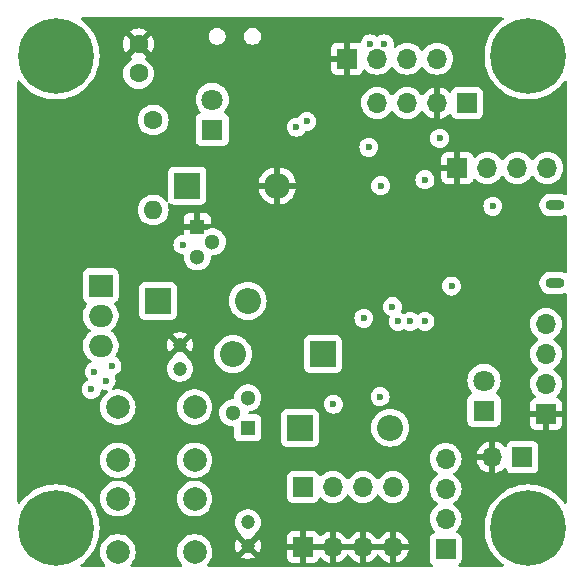
<source format=gbr>
%TF.GenerationSoftware,KiCad,Pcbnew,8.0.7*%
%TF.CreationDate,2025-07-22T02:57:33-04:00*%
%TF.ProjectId,Drone Motherboared,44726f6e-6520-44d6-9f74-686572626f61,rev?*%
%TF.SameCoordinates,Original*%
%TF.FileFunction,Copper,L2,Inr*%
%TF.FilePolarity,Positive*%
%FSLAX46Y46*%
G04 Gerber Fmt 4.6, Leading zero omitted, Abs format (unit mm)*
G04 Created by KiCad (PCBNEW 8.0.7) date 2025-07-22 02:57:33*
%MOMM*%
%LPD*%
G01*
G04 APERTURE LIST*
%TA.AperFunction,ComponentPad*%
%ADD10C,2.000000*%
%TD*%
%TA.AperFunction,ComponentPad*%
%ADD11O,2.000000X1.905000*%
%TD*%
%TA.AperFunction,ComponentPad*%
%ADD12R,2.000000X1.905000*%
%TD*%
%TA.AperFunction,ComponentPad*%
%ADD13C,1.300000*%
%TD*%
%TA.AperFunction,ComponentPad*%
%ADD14R,1.300000X1.300000*%
%TD*%
%TA.AperFunction,ComponentPad*%
%ADD15O,1.600000X1.600000*%
%TD*%
%TA.AperFunction,ComponentPad*%
%ADD16C,1.600000*%
%TD*%
%TA.AperFunction,ComponentPad*%
%ADD17O,1.600000X0.900000*%
%TD*%
%TA.AperFunction,ComponentPad*%
%ADD18O,1.700000X1.700000*%
%TD*%
%TA.AperFunction,ComponentPad*%
%ADD19R,1.700000X1.700000*%
%TD*%
%TA.AperFunction,ComponentPad*%
%ADD20C,6.400000*%
%TD*%
%TA.AperFunction,ComponentPad*%
%ADD21R,1.800000X1.800000*%
%TD*%
%TA.AperFunction,ComponentPad*%
%ADD22C,1.800000*%
%TD*%
%TA.AperFunction,ComponentPad*%
%ADD23O,2.200000X2.200000*%
%TD*%
%TA.AperFunction,ComponentPad*%
%ADD24R,2.200000X2.200000*%
%TD*%
%TA.AperFunction,ComponentPad*%
%ADD25C,1.200000*%
%TD*%
%TA.AperFunction,ViaPad*%
%ADD26C,0.600000*%
%TD*%
G04 APERTURE END LIST*
D10*
%TO.N,/ON_BTN*%
%TO.C,SW2*%
X165250000Y-99250000D03*
X171750000Y-99250000D03*
%TO.N,-BATT*%
X165250000Y-103750000D03*
X171750000Y-103750000D03*
%TD*%
%TO.N,/PNP_B*%
%TO.C,SW1*%
X171750000Y-111500000D03*
X165250000Y-111500000D03*
%TO.N,-BATT*%
X171750000Y-107000000D03*
X165250000Y-107000000D03*
%TD*%
D11*
%TO.N,-BATT*%
%TO.C,Q3*%
X163805000Y-94040000D03*
%TO.N,/VIN*%
X163805000Y-91500000D03*
D12*
%TO.N,/PMOS_G*%
X163805000Y-88960000D03*
%TD*%
D13*
%TO.N,/PMOS_G*%
%TO.C,Q2*%
X171980000Y-86520000D03*
%TO.N,/NPN_B*%
X173250000Y-85250000D03*
D14*
%TO.N,GND*%
X171980000Y-83980000D03*
%TD*%
%TO.N,/BATT_CTRL*%
%TO.C,Q1*%
X176250000Y-101000000D03*
D13*
%TO.N,/PNP_B*%
X174980000Y-99730000D03*
%TO.N,/PNP_C*%
X176250000Y-98460000D03*
%TD*%
D15*
%TO.N,/BUCK_RAW_OUT*%
%TO.C,L1*%
X168250000Y-82560000D03*
D16*
%TO.N,+3.3V*%
X168250000Y-74940000D03*
%TD*%
D17*
%TO.N,unconnected-(J9-Shield-Pad6)_1*%
%TO.C,J9*%
X202250000Y-88750000D03*
%TO.N,unconnected-(J9-Shield-Pad6)_4*%
X202250000Y-82150000D03*
%TD*%
D18*
%TO.N,/SDA*%
%TO.C,J8*%
X187210000Y-73500000D03*
%TO.N,/SCL*%
X189750000Y-73500000D03*
%TO.N,GND*%
X192290000Y-73500000D03*
D19*
%TO.N,+3.3V*%
X194830000Y-73500000D03*
%TD*%
D18*
%TO.N,+3.3V*%
%TO.C,J3*%
X192290000Y-69750000D03*
%TO.N,/SCL*%
X189750000Y-69750000D03*
%TO.N,/SDA*%
X187210000Y-69750000D03*
D19*
%TO.N,GND*%
X184670000Y-69750000D03*
%TD*%
D18*
%TO.N,+3.3V*%
%TO.C,J2*%
X201620000Y-79000000D03*
%TO.N,/SWDIO*%
X199080000Y-79000000D03*
%TO.N,/SWCLK*%
X196540000Y-79000000D03*
D19*
%TO.N,GND*%
X194000000Y-79000000D03*
%TD*%
D18*
%TO.N,/SIG_4*%
%TO.C,J7*%
X193000000Y-103630000D03*
%TO.N,/SIG_3*%
X193000000Y-106170000D03*
%TO.N,/SIG_2*%
X193000000Y-108710000D03*
D19*
%TO.N,/SIG_1*%
X193000000Y-111250000D03*
%TD*%
%TO.N,GND*%
%TO.C,J1*%
X201500000Y-99830000D03*
D18*
%TO.N,/UART_RX*%
X201500000Y-97290000D03*
%TO.N,/UART_TX*%
X201500000Y-94750000D03*
%TO.N,+3.3V*%
X201500000Y-92210000D03*
%TD*%
%TO.N,GND*%
%TO.C,J6*%
X196960000Y-103500000D03*
D19*
%TO.N,+3.3V*%
X199500000Y-103500000D03*
%TD*%
D18*
%TO.N,GND*%
%TO.C,J5*%
X188540000Y-111080000D03*
X186000000Y-111080000D03*
X183460000Y-111080000D03*
D19*
X180920000Y-111080000D03*
%TD*%
%TO.N,/PWM_1*%
%TO.C,J4*%
X180920000Y-106000000D03*
D18*
%TO.N,/PWM_2*%
X183460000Y-106000000D03*
%TO.N,/PWM_3*%
X186000000Y-106000000D03*
%TO.N,/PWM_4*%
X188540000Y-106000000D03*
%TD*%
D20*
%TO.N,N/C*%
%TO.C,H4*%
X200000000Y-109500000D03*
%TD*%
%TO.N,N/C*%
%TO.C,H3*%
X200000000Y-69500000D03*
%TD*%
%TO.N,N/C*%
%TO.C,H2*%
X160000000Y-109500000D03*
%TD*%
%TO.N,N/C*%
%TO.C,H1*%
X160000000Y-69500000D03*
%TD*%
D21*
%TO.N,/STATUS_OUT*%
%TO.C,D6*%
X196250000Y-99540000D03*
D22*
%TO.N,/STATUS*%
X196250000Y-97000000D03*
%TD*%
D23*
%TO.N,VBUS*%
%TO.C,D5*%
X176250000Y-90250000D03*
D24*
%TO.N,/VIN*%
X168630000Y-90250000D03*
%TD*%
D22*
%TO.N,+3.3V*%
%TO.C,D4*%
X173250000Y-73210000D03*
D21*
%TO.N,/P_LED_OUT*%
X173250000Y-75750000D03*
%TD*%
D23*
%TO.N,GND*%
%TO.C,D3*%
X178750000Y-80500000D03*
D24*
%TO.N,/BUCK_RAW_OUT*%
X171130000Y-80500000D03*
%TD*%
D23*
%TO.N,/PNP_C*%
%TO.C,D2*%
X175000000Y-94750000D03*
D24*
%TO.N,/BATT_CNTRL_FORWARD*%
X182620000Y-94750000D03*
%TD*%
D23*
%TO.N,VBUS*%
%TO.C,D1*%
X188310000Y-101000000D03*
D24*
%TO.N,/PNP_B*%
X180690000Y-101000000D03*
%TD*%
D25*
%TO.N,GND*%
%TO.C,C3*%
X176250000Y-111000000D03*
%TO.N,VBUS*%
X176250000Y-109000000D03*
%TD*%
%TO.N,GND*%
%TO.C,C7*%
X170500000Y-94000000D03*
%TO.N,-BATT*%
X170500000Y-96000000D03*
%TD*%
D16*
%TO.N,GND*%
%TO.C,C2*%
X167000000Y-68500000D03*
%TO.N,+3.3V*%
X167000000Y-71000000D03*
%TD*%
D26*
%TO.N,GND*%
X184300000Y-77900000D03*
X186800000Y-108950000D03*
X166300000Y-87700000D03*
X170600000Y-76900000D03*
X165900000Y-77600000D03*
X171400000Y-73800000D03*
X185400000Y-72400000D03*
X191000000Y-71100000D03*
X179500000Y-98600000D03*
X179800000Y-71300000D03*
X157050000Y-81400000D03*
X177000000Y-74700000D03*
X177400000Y-83400000D03*
X174300000Y-91000000D03*
X167600000Y-92700000D03*
X168400000Y-100500000D03*
X202900000Y-90200000D03*
X201000000Y-90400000D03*
X197600000Y-90800000D03*
X183900000Y-97000000D03*
X187600000Y-103200000D03*
X185900000Y-98500000D03*
X182800000Y-103400000D03*
X182900000Y-92700000D03*
X179800000Y-93900000D03*
X179000000Y-92300000D03*
X178700000Y-102800000D03*
X201700000Y-103500000D03*
X202700000Y-106400000D03*
X168400000Y-112200000D03*
X200800000Y-80900000D03*
X202800000Y-76800000D03*
X202800000Y-74400000D03*
X202500000Y-72800000D03*
X200000000Y-73600000D03*
X197800000Y-73100000D03*
X195600000Y-69700000D03*
X196500000Y-66800000D03*
X193900000Y-66700000D03*
X190500000Y-66700000D03*
X187200000Y-66700000D03*
X184400000Y-67300000D03*
X181300000Y-66600000D03*
X177700000Y-66900000D03*
X172700000Y-66900000D03*
X175000000Y-66900000D03*
X170200000Y-66700000D03*
X163200000Y-66600000D03*
X164200000Y-69600000D03*
X162000000Y-73200000D03*
X157050000Y-72200000D03*
X157050000Y-75700000D03*
X157100000Y-86600000D03*
X157100000Y-88900000D03*
X157050000Y-91000000D03*
X157100000Y-93900000D03*
X157100000Y-99200000D03*
X168400000Y-110700000D03*
X163300000Y-112200000D03*
X195600000Y-112000000D03*
X190800000Y-112000000D03*
X178600000Y-112400000D03*
X173800000Y-112300000D03*
X167700000Y-97000000D03*
X172600000Y-101400000D03*
X193950001Y-86106986D03*
X200686463Y-86322230D03*
X161900000Y-82200000D03*
X197700000Y-76800000D03*
X189600000Y-86750000D03*
X174000000Y-80500000D03*
X171500000Y-89500000D03*
X178000000Y-105900000D03*
X184500000Y-101500000D03*
X191100000Y-99800000D03*
X198800000Y-95700000D03*
X197800000Y-85000000D03*
X197900000Y-86550000D03*
X196967334Y-86550000D03*
X186558390Y-96209863D03*
X176250000Y-69500000D03*
X161650000Y-76950000D03*
X160600000Y-76950000D03*
X159500000Y-76950000D03*
X161200000Y-104450002D03*
X159600000Y-105400000D03*
X157800000Y-105500000D03*
X158700000Y-104700000D03*
X178000000Y-91750000D03*
X185250000Y-89000000D03*
X194880025Y-107880025D03*
X193500000Y-95750000D03*
X194850000Y-94900000D03*
%TO.N,-BATT*%
X164250000Y-97000000D03*
X163000000Y-97750000D03*
X164750000Y-95750000D03*
X163250000Y-96250000D03*
%TO.N,/IMU_R*%
X181255289Y-75065531D03*
X191250000Y-80000000D03*
%TO.N,+3.3V*%
X197000000Y-82250000D03*
%TO.N,GND*%
X183500000Y-81000000D03*
%TO.N,/NPN_B*%
X170750000Y-85500000D03*
X183500000Y-99000000D03*
%TO.N,-BATT*%
X187460000Y-98359997D03*
%TO.N,+3.3V*%
X188500000Y-90750000D03*
%TO.N,GND*%
X186500000Y-83500000D03*
%TO.N,+3.3V*%
X192500000Y-76500000D03*
X186500000Y-77250000D03*
%TO.N,/BOOT0*%
X180369975Y-75550000D03*
X187500000Y-80500000D03*
%TO.N,/BATT_CTRL*%
X193500000Y-89000000D03*
%TO.N,GND*%
X198250000Y-84000000D03*
X200675000Y-84250000D03*
X180000000Y-74000000D03*
X178750000Y-86750000D03*
X181250000Y-82000000D03*
%TO.N,/SIG_4*%
X191250000Y-92000000D03*
%TO.N,/SIG_3*%
X190000000Y-92000000D03*
%TO.N,/SIG_2*%
X189000003Y-92000000D03*
%TO.N,/SIG_1*%
X186074265Y-91725735D03*
%TO.N,GND*%
X189500000Y-97500000D03*
%TO.N,/SCL*%
X186610000Y-68498144D03*
X187810000Y-68500000D03*
%TO.N,GND*%
X194000000Y-84500000D03*
%TD*%
%TA.AperFunction,Conductor*%
%TO.N,GND*%
G36*
X182994075Y-110887007D02*
G01*
X182960000Y-111014174D01*
X182960000Y-111145826D01*
X182994075Y-111272993D01*
X183026988Y-111330000D01*
X181353012Y-111330000D01*
X181385925Y-111272993D01*
X181420000Y-111145826D01*
X181420000Y-111014174D01*
X181385925Y-110887007D01*
X181353012Y-110830000D01*
X183026988Y-110830000D01*
X182994075Y-110887007D01*
G37*
%TD.AperFunction*%
%TA.AperFunction,Conductor*%
G36*
X185534075Y-110887007D02*
G01*
X185500000Y-111014174D01*
X185500000Y-111145826D01*
X185534075Y-111272993D01*
X185566988Y-111330000D01*
X183893012Y-111330000D01*
X183925925Y-111272993D01*
X183960000Y-111145826D01*
X183960000Y-111014174D01*
X183925925Y-110887007D01*
X183893012Y-110830000D01*
X185566988Y-110830000D01*
X185534075Y-110887007D01*
G37*
%TD.AperFunction*%
%TA.AperFunction,Conductor*%
G36*
X188074075Y-110887007D02*
G01*
X188040000Y-111014174D01*
X188040000Y-111145826D01*
X188074075Y-111272993D01*
X188106988Y-111330000D01*
X186433012Y-111330000D01*
X186465925Y-111272993D01*
X186500000Y-111145826D01*
X186500000Y-111014174D01*
X186465925Y-110887007D01*
X186433012Y-110830000D01*
X188106988Y-110830000D01*
X188074075Y-110887007D01*
G37*
%TD.AperFunction*%
%TA.AperFunction,Conductor*%
G36*
X197857805Y-66270185D02*
G01*
X197903560Y-66322989D01*
X197913504Y-66392147D01*
X197884479Y-66455703D01*
X197858301Y-66478495D01*
X197821917Y-66502122D01*
X197520488Y-66746215D01*
X197520480Y-66746222D01*
X197246222Y-67020480D01*
X197246215Y-67020488D01*
X197002122Y-67321917D01*
X196790877Y-67647206D01*
X196614787Y-67992802D01*
X196475788Y-68354905D01*
X196375397Y-68729570D01*
X196375397Y-68729572D01*
X196314722Y-69112660D01*
X196294422Y-69499999D01*
X196294422Y-69500000D01*
X196314722Y-69887339D01*
X196366407Y-70213664D01*
X196375398Y-70270433D01*
X196451246Y-70553504D01*
X196475788Y-70645094D01*
X196614787Y-71007197D01*
X196790877Y-71352793D01*
X197002122Y-71678082D01*
X197132544Y-71839139D01*
X197246219Y-71979516D01*
X197520484Y-72253781D01*
X197584312Y-72305468D01*
X197821917Y-72497877D01*
X198023706Y-72628920D01*
X198147211Y-72709125D01*
X198492806Y-72885214D01*
X198854913Y-73024214D01*
X199229567Y-73124602D01*
X199612662Y-73185278D01*
X199978576Y-73204455D01*
X199999999Y-73205578D01*
X200000000Y-73205578D01*
X200000001Y-73205578D01*
X200020301Y-73204514D01*
X200387338Y-73185278D01*
X200770433Y-73124602D01*
X201145087Y-73024214D01*
X201507194Y-72885214D01*
X201852789Y-72709125D01*
X202178084Y-72497876D01*
X202479516Y-72253781D01*
X202753781Y-71979516D01*
X202997876Y-71678084D01*
X203009482Y-71660211D01*
X203021505Y-71641699D01*
X203074526Y-71596196D01*
X203143731Y-71586582D01*
X203207148Y-71615909D01*
X203244642Y-71674866D01*
X203249500Y-71709234D01*
X203249500Y-81208836D01*
X203229815Y-81275875D01*
X203177011Y-81321630D01*
X203107853Y-81331574D01*
X203056615Y-81311942D01*
X203050240Y-81307683D01*
X203050228Y-81307676D01*
X202877251Y-81236027D01*
X202877243Y-81236025D01*
X202693620Y-81199500D01*
X202693616Y-81199500D01*
X201806384Y-81199500D01*
X201806379Y-81199500D01*
X201622756Y-81236025D01*
X201622748Y-81236027D01*
X201449771Y-81307676D01*
X201449762Y-81307681D01*
X201294092Y-81411697D01*
X201294088Y-81411700D01*
X201161700Y-81544088D01*
X201161697Y-81544092D01*
X201057681Y-81699762D01*
X201057676Y-81699771D01*
X200986027Y-81872748D01*
X200986025Y-81872756D01*
X200949500Y-82056379D01*
X200949500Y-82243620D01*
X200986025Y-82427243D01*
X200986027Y-82427251D01*
X201057676Y-82600228D01*
X201057681Y-82600237D01*
X201161697Y-82755907D01*
X201161700Y-82755911D01*
X201294088Y-82888299D01*
X201294092Y-82888302D01*
X201449762Y-82992318D01*
X201449768Y-82992321D01*
X201449769Y-82992322D01*
X201622749Y-83063973D01*
X201806379Y-83100499D01*
X201806383Y-83100500D01*
X201806384Y-83100500D01*
X202693617Y-83100500D01*
X202693618Y-83100499D01*
X202877251Y-83063973D01*
X203050231Y-82992322D01*
X203050237Y-82992318D01*
X203056609Y-82988061D01*
X203123286Y-82967183D01*
X203190667Y-82985667D01*
X203237357Y-83037646D01*
X203249500Y-83091163D01*
X203249500Y-87808836D01*
X203229815Y-87875875D01*
X203177011Y-87921630D01*
X203107853Y-87931574D01*
X203056615Y-87911942D01*
X203050240Y-87907683D01*
X203050228Y-87907676D01*
X202877251Y-87836027D01*
X202877243Y-87836025D01*
X202693620Y-87799500D01*
X202693616Y-87799500D01*
X201806384Y-87799500D01*
X201806379Y-87799500D01*
X201622756Y-87836025D01*
X201622748Y-87836027D01*
X201449771Y-87907676D01*
X201449762Y-87907681D01*
X201294092Y-88011697D01*
X201294088Y-88011700D01*
X201161700Y-88144088D01*
X201161697Y-88144092D01*
X201057681Y-88299762D01*
X201057676Y-88299771D01*
X200986027Y-88472748D01*
X200986025Y-88472756D01*
X200949501Y-88656374D01*
X200949500Y-88656383D01*
X200949500Y-88843620D01*
X200986025Y-89027243D01*
X200986027Y-89027251D01*
X201057676Y-89200228D01*
X201057681Y-89200237D01*
X201161697Y-89355907D01*
X201161700Y-89355911D01*
X201294088Y-89488299D01*
X201294092Y-89488302D01*
X201449762Y-89592318D01*
X201449768Y-89592321D01*
X201449769Y-89592322D01*
X201622749Y-89663973D01*
X201806379Y-89700499D01*
X201806383Y-89700500D01*
X201806384Y-89700500D01*
X202693617Y-89700500D01*
X202693618Y-89700499D01*
X202877251Y-89663973D01*
X203050231Y-89592322D01*
X203050237Y-89592318D01*
X203056609Y-89588061D01*
X203123286Y-89567183D01*
X203190667Y-89585667D01*
X203237357Y-89637646D01*
X203249500Y-89691163D01*
X203249500Y-107290765D01*
X203229815Y-107357804D01*
X203177011Y-107403559D01*
X203107853Y-107413503D01*
X203044297Y-107384478D01*
X203021506Y-107358301D01*
X202997879Y-107321919D01*
X202753784Y-107020488D01*
X202753781Y-107020484D01*
X202479516Y-106746219D01*
X202351084Y-106642217D01*
X202178082Y-106502122D01*
X201852793Y-106290877D01*
X201507197Y-106114787D01*
X201145094Y-105975788D01*
X200991363Y-105934596D01*
X200770433Y-105875398D01*
X200770429Y-105875397D01*
X200770428Y-105875397D01*
X200387339Y-105814722D01*
X200000001Y-105794422D01*
X199999999Y-105794422D01*
X199612660Y-105814722D01*
X199229572Y-105875397D01*
X199229570Y-105875397D01*
X198854905Y-105975788D01*
X198492802Y-106114787D01*
X198147206Y-106290877D01*
X197821917Y-106502122D01*
X197520488Y-106746215D01*
X197520480Y-106746222D01*
X197246222Y-107020480D01*
X197246215Y-107020488D01*
X197002122Y-107321917D01*
X196790877Y-107647206D01*
X196614787Y-107992802D01*
X196475788Y-108354905D01*
X196375397Y-108729570D01*
X196375397Y-108729572D01*
X196314722Y-109112660D01*
X196294422Y-109499999D01*
X196294422Y-109500000D01*
X196314722Y-109887339D01*
X196370503Y-110239526D01*
X196375398Y-110270433D01*
X196457064Y-110575217D01*
X196475788Y-110645094D01*
X196614787Y-111007197D01*
X196790877Y-111352793D01*
X197002122Y-111678082D01*
X197058596Y-111747821D01*
X197246219Y-111979516D01*
X197520484Y-112253781D01*
X197520488Y-112253784D01*
X197821917Y-112497877D01*
X197858301Y-112521505D01*
X197903804Y-112574526D01*
X197913418Y-112643731D01*
X197884091Y-112707148D01*
X197825134Y-112744642D01*
X197790766Y-112749500D01*
X194190103Y-112749500D01*
X194123064Y-112729815D01*
X194077309Y-112677011D01*
X194067365Y-112607853D01*
X194096390Y-112544297D01*
X194115792Y-112526234D01*
X194175240Y-112481730D01*
X194207546Y-112457546D01*
X194293796Y-112342331D01*
X194344091Y-112207483D01*
X194350500Y-112147873D01*
X194350499Y-110352128D01*
X194344091Y-110292517D01*
X194335854Y-110270433D01*
X194293797Y-110157671D01*
X194293793Y-110157664D01*
X194207547Y-110042455D01*
X194207544Y-110042452D01*
X194092335Y-109956206D01*
X194092328Y-109956202D01*
X193960917Y-109907189D01*
X193904983Y-109865318D01*
X193880566Y-109799853D01*
X193895418Y-109731580D01*
X193916563Y-109703332D01*
X194038495Y-109581401D01*
X194174035Y-109387830D01*
X194273903Y-109173663D01*
X194335063Y-108945408D01*
X194355659Y-108710000D01*
X194335063Y-108474592D01*
X194273903Y-108246337D01*
X194174035Y-108032171D01*
X194158970Y-108010655D01*
X194038494Y-107838597D01*
X193871402Y-107671506D01*
X193871396Y-107671501D01*
X193685842Y-107541575D01*
X193642217Y-107486998D01*
X193635023Y-107417500D01*
X193666546Y-107355145D01*
X193685842Y-107338425D01*
X193749577Y-107293797D01*
X193871401Y-107208495D01*
X194038495Y-107041401D01*
X194174035Y-106847830D01*
X194273903Y-106633663D01*
X194335063Y-106405408D01*
X194355659Y-106170000D01*
X194335063Y-105934592D01*
X194273903Y-105706337D01*
X194174035Y-105492171D01*
X194084974Y-105364977D01*
X194038494Y-105298597D01*
X193871402Y-105131506D01*
X193871396Y-105131501D01*
X193685842Y-105001575D01*
X193642217Y-104946998D01*
X193635023Y-104877500D01*
X193666546Y-104815145D01*
X193685842Y-104798425D01*
X193817547Y-104706204D01*
X193871401Y-104668495D01*
X194038495Y-104501401D01*
X194174035Y-104307830D01*
X194273903Y-104093663D01*
X194335063Y-103865408D01*
X194355659Y-103630000D01*
X194335063Y-103394592D01*
X194296320Y-103249999D01*
X195629364Y-103249999D01*
X195629364Y-103250000D01*
X196526988Y-103250000D01*
X196494075Y-103307007D01*
X196460000Y-103434174D01*
X196460000Y-103565826D01*
X196494075Y-103692993D01*
X196526988Y-103750000D01*
X195629364Y-103750000D01*
X195686567Y-103963486D01*
X195686570Y-103963492D01*
X195786399Y-104177578D01*
X195921894Y-104371082D01*
X196088917Y-104538105D01*
X196282421Y-104673600D01*
X196496507Y-104773429D01*
X196496516Y-104773433D01*
X196710000Y-104830634D01*
X196710000Y-103933012D01*
X196767007Y-103965925D01*
X196894174Y-104000000D01*
X197025826Y-104000000D01*
X197152993Y-103965925D01*
X197210000Y-103933012D01*
X197210000Y-104830633D01*
X197423483Y-104773433D01*
X197423492Y-104773429D01*
X197637578Y-104673600D01*
X197831078Y-104538108D01*
X197953133Y-104416053D01*
X198014456Y-104382568D01*
X198084148Y-104387552D01*
X198140082Y-104429423D01*
X198156997Y-104460401D01*
X198206202Y-104592328D01*
X198206206Y-104592335D01*
X198292452Y-104707544D01*
X198292455Y-104707547D01*
X198407664Y-104793793D01*
X198407671Y-104793797D01*
X198542517Y-104844091D01*
X198542516Y-104844091D01*
X198549444Y-104844835D01*
X198602127Y-104850500D01*
X200397872Y-104850499D01*
X200457483Y-104844091D01*
X200592331Y-104793796D01*
X200707546Y-104707546D01*
X200793796Y-104592331D01*
X200844091Y-104457483D01*
X200850500Y-104397873D01*
X200850499Y-102602128D01*
X200844229Y-102543797D01*
X200844091Y-102542516D01*
X200793797Y-102407671D01*
X200793793Y-102407664D01*
X200707547Y-102292455D01*
X200707544Y-102292452D01*
X200592335Y-102206206D01*
X200592328Y-102206202D01*
X200457482Y-102155908D01*
X200457483Y-102155908D01*
X200397883Y-102149501D01*
X200397881Y-102149500D01*
X200397873Y-102149500D01*
X200397864Y-102149500D01*
X198602129Y-102149500D01*
X198602123Y-102149501D01*
X198542516Y-102155908D01*
X198407671Y-102206202D01*
X198407664Y-102206206D01*
X198292455Y-102292452D01*
X198292452Y-102292455D01*
X198206206Y-102407664D01*
X198206202Y-102407671D01*
X198156997Y-102539598D01*
X198115126Y-102595532D01*
X198049661Y-102619949D01*
X197981388Y-102605097D01*
X197953134Y-102583946D01*
X197831082Y-102461894D01*
X197637578Y-102326399D01*
X197423492Y-102226570D01*
X197423486Y-102226567D01*
X197210000Y-102169364D01*
X197210000Y-103066988D01*
X197152993Y-103034075D01*
X197025826Y-103000000D01*
X196894174Y-103000000D01*
X196767007Y-103034075D01*
X196710000Y-103066988D01*
X196710000Y-102169364D01*
X196709999Y-102169364D01*
X196496513Y-102226567D01*
X196496507Y-102226570D01*
X196282422Y-102326399D01*
X196282420Y-102326400D01*
X196088926Y-102461886D01*
X196088920Y-102461891D01*
X195921891Y-102628920D01*
X195921886Y-102628926D01*
X195786400Y-102822420D01*
X195786399Y-102822422D01*
X195686570Y-103036507D01*
X195686567Y-103036513D01*
X195629364Y-103249999D01*
X194296320Y-103249999D01*
X194273903Y-103166337D01*
X194174035Y-102952171D01*
X194085142Y-102825217D01*
X194038494Y-102758597D01*
X193871402Y-102591506D01*
X193871395Y-102591501D01*
X193860605Y-102583946D01*
X193779097Y-102526873D01*
X193677834Y-102455967D01*
X193677830Y-102455965D01*
X193574248Y-102407664D01*
X193463663Y-102356097D01*
X193463659Y-102356096D01*
X193463655Y-102356094D01*
X193235413Y-102294938D01*
X193235403Y-102294936D01*
X193000001Y-102274341D01*
X192999999Y-102274341D01*
X192764596Y-102294936D01*
X192764586Y-102294938D01*
X192536344Y-102356094D01*
X192536335Y-102356098D01*
X192322171Y-102455964D01*
X192322169Y-102455965D01*
X192128597Y-102591505D01*
X191961505Y-102758597D01*
X191825965Y-102952169D01*
X191825964Y-102952171D01*
X191726098Y-103166335D01*
X191726094Y-103166344D01*
X191664938Y-103394586D01*
X191664936Y-103394596D01*
X191644341Y-103629999D01*
X191644341Y-103630000D01*
X191664936Y-103865403D01*
X191664938Y-103865413D01*
X191726094Y-104093655D01*
X191726096Y-104093659D01*
X191726097Y-104093663D01*
X191825965Y-104307830D01*
X191825967Y-104307834D01*
X191961501Y-104501395D01*
X191961506Y-104501402D01*
X192128597Y-104668493D01*
X192128603Y-104668498D01*
X192314158Y-104798425D01*
X192357783Y-104853002D01*
X192364977Y-104922500D01*
X192333454Y-104984855D01*
X192314158Y-105001575D01*
X192128597Y-105131505D01*
X191961505Y-105298597D01*
X191825965Y-105492169D01*
X191825964Y-105492171D01*
X191726098Y-105706335D01*
X191726094Y-105706344D01*
X191664938Y-105934586D01*
X191664936Y-105934596D01*
X191644341Y-106169999D01*
X191644341Y-106170000D01*
X191664936Y-106405403D01*
X191664938Y-106405413D01*
X191726094Y-106633655D01*
X191726096Y-106633659D01*
X191726097Y-106633663D01*
X191781360Y-106752175D01*
X191825965Y-106847830D01*
X191825967Y-106847834D01*
X191961501Y-107041395D01*
X191961506Y-107041402D01*
X192128597Y-107208493D01*
X192128603Y-107208498D01*
X192314158Y-107338425D01*
X192357783Y-107393002D01*
X192364977Y-107462500D01*
X192333454Y-107524855D01*
X192314158Y-107541575D01*
X192128597Y-107671505D01*
X191961505Y-107838597D01*
X191825965Y-108032169D01*
X191825964Y-108032171D01*
X191726098Y-108246335D01*
X191726094Y-108246344D01*
X191664938Y-108474586D01*
X191664936Y-108474596D01*
X191644341Y-108709999D01*
X191644341Y-108710000D01*
X191664936Y-108945403D01*
X191664938Y-108945413D01*
X191726094Y-109173655D01*
X191726096Y-109173659D01*
X191726097Y-109173663D01*
X191739816Y-109203083D01*
X191825965Y-109387830D01*
X191825967Y-109387834D01*
X191904507Y-109500000D01*
X191961501Y-109581396D01*
X191961506Y-109581402D01*
X192083430Y-109703326D01*
X192116915Y-109764649D01*
X192111931Y-109834341D01*
X192070059Y-109890274D01*
X192039083Y-109907189D01*
X191907669Y-109956203D01*
X191907664Y-109956206D01*
X191792455Y-110042452D01*
X191792452Y-110042455D01*
X191706206Y-110157664D01*
X191706202Y-110157671D01*
X191655908Y-110292517D01*
X191649501Y-110352116D01*
X191649501Y-110352123D01*
X191649500Y-110352135D01*
X191649500Y-112147870D01*
X191649501Y-112147876D01*
X191655908Y-112207483D01*
X191706202Y-112342328D01*
X191706206Y-112342335D01*
X191792452Y-112457544D01*
X191792455Y-112457547D01*
X191884208Y-112526234D01*
X191926079Y-112582168D01*
X191931063Y-112651859D01*
X191897577Y-112713182D01*
X191836254Y-112746666D01*
X191809897Y-112749500D01*
X172921934Y-112749500D01*
X172854895Y-112729815D01*
X172809140Y-112677011D01*
X172799196Y-112607853D01*
X172828221Y-112544297D01*
X172830681Y-112541542D01*
X172938164Y-112424785D01*
X173074173Y-112216607D01*
X173174063Y-111988881D01*
X173187900Y-111934240D01*
X175669311Y-111934240D01*
X175757585Y-111988897D01*
X175947678Y-112062539D01*
X176148072Y-112100000D01*
X176351928Y-112100000D01*
X176552322Y-112062539D01*
X176742412Y-111988899D01*
X176742416Y-111988897D01*
X176830686Y-111934241D01*
X176830686Y-111934240D01*
X176250001Y-111353553D01*
X176250000Y-111353553D01*
X175669311Y-111934240D01*
X173187900Y-111934240D01*
X173235108Y-111747821D01*
X173248690Y-111583911D01*
X173255643Y-111500005D01*
X173255643Y-111499994D01*
X173235109Y-111252187D01*
X173235107Y-111252175D01*
X173174063Y-111011118D01*
X173169186Y-110999999D01*
X175145287Y-110999999D01*
X175145287Y-111000000D01*
X175164096Y-111202989D01*
X175164097Y-111202992D01*
X175219883Y-111399063D01*
X175219886Y-111399069D01*
X175310751Y-111581551D01*
X175312533Y-111583911D01*
X175896446Y-111000000D01*
X175896446Y-110999999D01*
X175856951Y-110960504D01*
X175950000Y-110960504D01*
X175950000Y-111039496D01*
X175970444Y-111115796D01*
X176009940Y-111184205D01*
X176065795Y-111240060D01*
X176134204Y-111279556D01*
X176210504Y-111300000D01*
X176289496Y-111300000D01*
X176365796Y-111279556D01*
X176434205Y-111240060D01*
X176490060Y-111184205D01*
X176529556Y-111115796D01*
X176550000Y-111039496D01*
X176550000Y-111000000D01*
X176603553Y-111000000D01*
X177187465Y-111583912D01*
X177189247Y-111581553D01*
X177189248Y-111581551D01*
X177280113Y-111399069D01*
X177280116Y-111399063D01*
X177335902Y-111202992D01*
X177335903Y-111202989D01*
X177354713Y-111000000D01*
X177354713Y-110999999D01*
X177335903Y-110797010D01*
X177335902Y-110797007D01*
X177280116Y-110600936D01*
X177280113Y-110600930D01*
X177189249Y-110418449D01*
X177189247Y-110418447D01*
X177187465Y-110416087D01*
X176603553Y-111000000D01*
X176550000Y-111000000D01*
X176550000Y-110960504D01*
X176529556Y-110884204D01*
X176490060Y-110815795D01*
X176434205Y-110759940D01*
X176365796Y-110720444D01*
X176289496Y-110700000D01*
X176210504Y-110700000D01*
X176134204Y-110720444D01*
X176065795Y-110759940D01*
X176009940Y-110815795D01*
X175970444Y-110884204D01*
X175950000Y-110960504D01*
X175856951Y-110960504D01*
X175312533Y-110416087D01*
X175310755Y-110418442D01*
X175310754Y-110418443D01*
X175219886Y-110600930D01*
X175219883Y-110600936D01*
X175164097Y-110797007D01*
X175164096Y-110797010D01*
X175145287Y-110999999D01*
X173169186Y-110999999D01*
X173074173Y-110783393D01*
X172938166Y-110575217D01*
X172916557Y-110551744D01*
X172769744Y-110392262D01*
X172573509Y-110239526D01*
X172573507Y-110239525D01*
X172573506Y-110239524D01*
X172354811Y-110121172D01*
X172354802Y-110121169D01*
X172119616Y-110040429D01*
X171874335Y-109999500D01*
X171625665Y-109999500D01*
X171380383Y-110040429D01*
X171145197Y-110121169D01*
X171145188Y-110121172D01*
X170926493Y-110239524D01*
X170730257Y-110392261D01*
X170561833Y-110575217D01*
X170425826Y-110783393D01*
X170325936Y-111011118D01*
X170264892Y-111252175D01*
X170264890Y-111252187D01*
X170244357Y-111499994D01*
X170244357Y-111500005D01*
X170264890Y-111747812D01*
X170264892Y-111747824D01*
X170325936Y-111988881D01*
X170425826Y-112216606D01*
X170561833Y-112424782D01*
X170561836Y-112424785D01*
X170669296Y-112541518D01*
X170700218Y-112604171D01*
X170692358Y-112673598D01*
X170648211Y-112727753D01*
X170581793Y-112749444D01*
X170578066Y-112749500D01*
X166421934Y-112749500D01*
X166354895Y-112729815D01*
X166309140Y-112677011D01*
X166299196Y-112607853D01*
X166328221Y-112544297D01*
X166330681Y-112541542D01*
X166438164Y-112424785D01*
X166574173Y-112216607D01*
X166674063Y-111988881D01*
X166735108Y-111747821D01*
X166748690Y-111583911D01*
X166755643Y-111500005D01*
X166755643Y-111499994D01*
X166735109Y-111252187D01*
X166735107Y-111252175D01*
X166674063Y-111011118D01*
X166574173Y-110783393D01*
X166438166Y-110575217D01*
X166416557Y-110551744D01*
X166269744Y-110392262D01*
X166073509Y-110239526D01*
X166073507Y-110239525D01*
X166073506Y-110239524D01*
X165854811Y-110121172D01*
X165854802Y-110121169D01*
X165619616Y-110040429D01*
X165374335Y-109999500D01*
X165125665Y-109999500D01*
X164880383Y-110040429D01*
X164645197Y-110121169D01*
X164645188Y-110121172D01*
X164426493Y-110239524D01*
X164230257Y-110392261D01*
X164061833Y-110575217D01*
X163925826Y-110783393D01*
X163825936Y-111011118D01*
X163764892Y-111252175D01*
X163764890Y-111252187D01*
X163744357Y-111499994D01*
X163744357Y-111500005D01*
X163764890Y-111747812D01*
X163764892Y-111747824D01*
X163825936Y-111988881D01*
X163925826Y-112216606D01*
X164061833Y-112424782D01*
X164061836Y-112424785D01*
X164169296Y-112541518D01*
X164200218Y-112604171D01*
X164192358Y-112673598D01*
X164148211Y-112727753D01*
X164081793Y-112749444D01*
X164078066Y-112749500D01*
X162209234Y-112749500D01*
X162142195Y-112729815D01*
X162096440Y-112677011D01*
X162086496Y-112607853D01*
X162115521Y-112544297D01*
X162141699Y-112521505D01*
X162178082Y-112497877D01*
X162178084Y-112497876D01*
X162479516Y-112253781D01*
X162753781Y-111979516D01*
X162997876Y-111678084D01*
X163209125Y-111352789D01*
X163385214Y-111007194D01*
X163524214Y-110645087D01*
X163624602Y-110270433D01*
X163685278Y-109887338D01*
X163705578Y-109500000D01*
X163685278Y-109112662D01*
X163667434Y-108999999D01*
X175144785Y-108999999D01*
X175144785Y-109000000D01*
X175163602Y-109203082D01*
X175219417Y-109399247D01*
X175219422Y-109399260D01*
X175310327Y-109581821D01*
X175433237Y-109744581D01*
X175531700Y-109834341D01*
X175583959Y-109881981D01*
X175597353Y-109890274D01*
X175616509Y-109902135D01*
X175663144Y-109954163D01*
X175674405Y-110021851D01*
X175669311Y-110065758D01*
X176250000Y-110646446D01*
X176250001Y-110646446D01*
X176714290Y-110182155D01*
X179570000Y-110182155D01*
X179570000Y-110830000D01*
X180486988Y-110830000D01*
X180454075Y-110887007D01*
X180420000Y-111014174D01*
X180420000Y-111145826D01*
X180454075Y-111272993D01*
X180486988Y-111330000D01*
X179570000Y-111330000D01*
X179570000Y-111977844D01*
X179576401Y-112037372D01*
X179576403Y-112037379D01*
X179626645Y-112172086D01*
X179626649Y-112172093D01*
X179712809Y-112287187D01*
X179712812Y-112287190D01*
X179827906Y-112373350D01*
X179827913Y-112373354D01*
X179962620Y-112423596D01*
X179962627Y-112423598D01*
X180022155Y-112429999D01*
X180022172Y-112430000D01*
X180670000Y-112430000D01*
X180670000Y-111513012D01*
X180727007Y-111545925D01*
X180854174Y-111580000D01*
X180985826Y-111580000D01*
X181112993Y-111545925D01*
X181170000Y-111513012D01*
X181170000Y-112430000D01*
X181817828Y-112430000D01*
X181817844Y-112429999D01*
X181877372Y-112423598D01*
X181877379Y-112423596D01*
X182012086Y-112373354D01*
X182012093Y-112373350D01*
X182127187Y-112287190D01*
X182127190Y-112287187D01*
X182213350Y-112172093D01*
X182213354Y-112172086D01*
X182262614Y-112040013D01*
X182304485Y-111984079D01*
X182369949Y-111959662D01*
X182438222Y-111974513D01*
X182466477Y-111995665D01*
X182588917Y-112118105D01*
X182782421Y-112253600D01*
X182996507Y-112353429D01*
X182996516Y-112353433D01*
X183210000Y-112410634D01*
X183210000Y-111513012D01*
X183267007Y-111545925D01*
X183394174Y-111580000D01*
X183525826Y-111580000D01*
X183652993Y-111545925D01*
X183710000Y-111513012D01*
X183710000Y-112410633D01*
X183923483Y-112353433D01*
X183923492Y-112353429D01*
X184137578Y-112253600D01*
X184331082Y-112118105D01*
X184498105Y-111951082D01*
X184628425Y-111764968D01*
X184683002Y-111721344D01*
X184752501Y-111714151D01*
X184814855Y-111745673D01*
X184831575Y-111764968D01*
X184961894Y-111951082D01*
X185128917Y-112118105D01*
X185322421Y-112253600D01*
X185536507Y-112353429D01*
X185536516Y-112353433D01*
X185750000Y-112410634D01*
X185750000Y-111513012D01*
X185807007Y-111545925D01*
X185934174Y-111580000D01*
X186065826Y-111580000D01*
X186192993Y-111545925D01*
X186250000Y-111513012D01*
X186250000Y-112410633D01*
X186463483Y-112353433D01*
X186463492Y-112353429D01*
X186677578Y-112253600D01*
X186871082Y-112118105D01*
X187038105Y-111951082D01*
X187168425Y-111764968D01*
X187223002Y-111721344D01*
X187292501Y-111714151D01*
X187354855Y-111745673D01*
X187371575Y-111764968D01*
X187501894Y-111951082D01*
X187668917Y-112118105D01*
X187862421Y-112253600D01*
X188076507Y-112353429D01*
X188076516Y-112353433D01*
X188290000Y-112410634D01*
X188290000Y-111513012D01*
X188347007Y-111545925D01*
X188474174Y-111580000D01*
X188605826Y-111580000D01*
X188732993Y-111545925D01*
X188790000Y-111513012D01*
X188790000Y-112410633D01*
X189003483Y-112353433D01*
X189003492Y-112353429D01*
X189217578Y-112253600D01*
X189411082Y-112118105D01*
X189578105Y-111951082D01*
X189713600Y-111757578D01*
X189813429Y-111543492D01*
X189813432Y-111543486D01*
X189870636Y-111330000D01*
X188973012Y-111330000D01*
X189005925Y-111272993D01*
X189040000Y-111145826D01*
X189040000Y-111014174D01*
X189005925Y-110887007D01*
X188973012Y-110830000D01*
X189870636Y-110830000D01*
X189870635Y-110829999D01*
X189813432Y-110616513D01*
X189813429Y-110616507D01*
X189713600Y-110402422D01*
X189713599Y-110402420D01*
X189578113Y-110208926D01*
X189578108Y-110208920D01*
X189411082Y-110041894D01*
X189217578Y-109906399D01*
X189003492Y-109806570D01*
X189003486Y-109806567D01*
X188790000Y-109749364D01*
X188790000Y-110646988D01*
X188732993Y-110614075D01*
X188605826Y-110580000D01*
X188474174Y-110580000D01*
X188347007Y-110614075D01*
X188290000Y-110646988D01*
X188290000Y-109749364D01*
X188289999Y-109749364D01*
X188076513Y-109806567D01*
X188076507Y-109806570D01*
X187862422Y-109906399D01*
X187862420Y-109906400D01*
X187668926Y-110041886D01*
X187668920Y-110041891D01*
X187501891Y-110208920D01*
X187501890Y-110208922D01*
X187371575Y-110395031D01*
X187316998Y-110438655D01*
X187247499Y-110445848D01*
X187185145Y-110414326D01*
X187168425Y-110395031D01*
X187038109Y-110208922D01*
X187038108Y-110208920D01*
X186871082Y-110041894D01*
X186677578Y-109906399D01*
X186463492Y-109806570D01*
X186463486Y-109806567D01*
X186250000Y-109749364D01*
X186250000Y-110646988D01*
X186192993Y-110614075D01*
X186065826Y-110580000D01*
X185934174Y-110580000D01*
X185807007Y-110614075D01*
X185750000Y-110646988D01*
X185750000Y-109749364D01*
X185749999Y-109749364D01*
X185536513Y-109806567D01*
X185536507Y-109806570D01*
X185322422Y-109906399D01*
X185322420Y-109906400D01*
X185128926Y-110041886D01*
X185128920Y-110041891D01*
X184961891Y-110208920D01*
X184961890Y-110208922D01*
X184831575Y-110395031D01*
X184776998Y-110438655D01*
X184707499Y-110445848D01*
X184645145Y-110414326D01*
X184628425Y-110395031D01*
X184498109Y-110208922D01*
X184498108Y-110208920D01*
X184331082Y-110041894D01*
X184137578Y-109906399D01*
X183923492Y-109806570D01*
X183923486Y-109806567D01*
X183710000Y-109749364D01*
X183710000Y-110646988D01*
X183652993Y-110614075D01*
X183525826Y-110580000D01*
X183394174Y-110580000D01*
X183267007Y-110614075D01*
X183210000Y-110646988D01*
X183210000Y-109749364D01*
X183209999Y-109749364D01*
X182996513Y-109806567D01*
X182996507Y-109806570D01*
X182782422Y-109906399D01*
X182782420Y-109906400D01*
X182588926Y-110041886D01*
X182466477Y-110164335D01*
X182405154Y-110197819D01*
X182335462Y-110192835D01*
X182279529Y-110150963D01*
X182262614Y-110119986D01*
X182213354Y-109987913D01*
X182213350Y-109987906D01*
X182127190Y-109872812D01*
X182127187Y-109872809D01*
X182012093Y-109786649D01*
X182012086Y-109786645D01*
X181877379Y-109736403D01*
X181877372Y-109736401D01*
X181817844Y-109730000D01*
X181170000Y-109730000D01*
X181170000Y-110646988D01*
X181112993Y-110614075D01*
X180985826Y-110580000D01*
X180854174Y-110580000D01*
X180727007Y-110614075D01*
X180670000Y-110646988D01*
X180670000Y-109730000D01*
X180022155Y-109730000D01*
X179962627Y-109736401D01*
X179962620Y-109736403D01*
X179827913Y-109786645D01*
X179827906Y-109786649D01*
X179712812Y-109872809D01*
X179712809Y-109872812D01*
X179626649Y-109987906D01*
X179626645Y-109987913D01*
X179576403Y-110122620D01*
X179576401Y-110122627D01*
X179570000Y-110182155D01*
X176714290Y-110182155D01*
X176830686Y-110065759D01*
X176825593Y-110021853D01*
X176837421Y-109952991D01*
X176883491Y-109902135D01*
X176916041Y-109881981D01*
X177061515Y-109749364D01*
X177066762Y-109744581D01*
X177072938Y-109736403D01*
X177189673Y-109581821D01*
X177280582Y-109399250D01*
X177336397Y-109203083D01*
X177355215Y-109000000D01*
X177336397Y-108796917D01*
X177280582Y-108600750D01*
X177189673Y-108418179D01*
X177066764Y-108255421D01*
X177066762Y-108255418D01*
X176916041Y-108118019D01*
X176916039Y-108118017D01*
X176742642Y-108010655D01*
X176742635Y-108010651D01*
X176647546Y-107973814D01*
X176552456Y-107936976D01*
X176351976Y-107899500D01*
X176148024Y-107899500D01*
X175947544Y-107936976D01*
X175947541Y-107936976D01*
X175947541Y-107936977D01*
X175757364Y-108010651D01*
X175757357Y-108010655D01*
X175583960Y-108118017D01*
X175583958Y-108118019D01*
X175433237Y-108255418D01*
X175310327Y-108418178D01*
X175219422Y-108600739D01*
X175219417Y-108600752D01*
X175163602Y-108796917D01*
X175144785Y-108999999D01*
X163667434Y-108999999D01*
X163624602Y-108729567D01*
X163524214Y-108354913D01*
X163385214Y-107992806D01*
X163209125Y-107647211D01*
X163129666Y-107524855D01*
X162997877Y-107321917D01*
X162811965Y-107092335D01*
X162753781Y-107020484D01*
X162733291Y-106999994D01*
X163744357Y-106999994D01*
X163744357Y-107000005D01*
X163764890Y-107247812D01*
X163764892Y-107247824D01*
X163825936Y-107488881D01*
X163925826Y-107716606D01*
X164061833Y-107924782D01*
X164094245Y-107959991D01*
X164230256Y-108107738D01*
X164426491Y-108260474D01*
X164645190Y-108378828D01*
X164880386Y-108459571D01*
X165125665Y-108500500D01*
X165374335Y-108500500D01*
X165619614Y-108459571D01*
X165854810Y-108378828D01*
X166073509Y-108260474D01*
X166269744Y-108107738D01*
X166438164Y-107924785D01*
X166574173Y-107716607D01*
X166674063Y-107488881D01*
X166735108Y-107247821D01*
X166735109Y-107247812D01*
X166755643Y-107000005D01*
X166755643Y-106999994D01*
X170244357Y-106999994D01*
X170244357Y-107000005D01*
X170264890Y-107247812D01*
X170264892Y-107247824D01*
X170325936Y-107488881D01*
X170425826Y-107716606D01*
X170561833Y-107924782D01*
X170594245Y-107959991D01*
X170730256Y-108107738D01*
X170926491Y-108260474D01*
X171145190Y-108378828D01*
X171380386Y-108459571D01*
X171625665Y-108500500D01*
X171874335Y-108500500D01*
X172119614Y-108459571D01*
X172354810Y-108378828D01*
X172573509Y-108260474D01*
X172769744Y-108107738D01*
X172938164Y-107924785D01*
X173074173Y-107716607D01*
X173174063Y-107488881D01*
X173235108Y-107247821D01*
X173235109Y-107247812D01*
X173255643Y-107000005D01*
X173255643Y-106999994D01*
X173235109Y-106752187D01*
X173235107Y-106752175D01*
X173174063Y-106511118D01*
X173074173Y-106283393D01*
X172938166Y-106075217D01*
X172916557Y-106051744D01*
X172769744Y-105892262D01*
X172573509Y-105739526D01*
X172573507Y-105739525D01*
X172573506Y-105739524D01*
X172354811Y-105621172D01*
X172354802Y-105621169D01*
X172119616Y-105540429D01*
X171874335Y-105499500D01*
X171625665Y-105499500D01*
X171380383Y-105540429D01*
X171145197Y-105621169D01*
X171145188Y-105621172D01*
X170926493Y-105739524D01*
X170730257Y-105892261D01*
X170561833Y-106075217D01*
X170425826Y-106283393D01*
X170325936Y-106511118D01*
X170264892Y-106752175D01*
X170264890Y-106752187D01*
X170244357Y-106999994D01*
X166755643Y-106999994D01*
X166735109Y-106752187D01*
X166735107Y-106752175D01*
X166674063Y-106511118D01*
X166574173Y-106283393D01*
X166438166Y-106075217D01*
X166416557Y-106051744D01*
X166269744Y-105892262D01*
X166073509Y-105739526D01*
X166073507Y-105739525D01*
X166073506Y-105739524D01*
X165854811Y-105621172D01*
X165854802Y-105621169D01*
X165619616Y-105540429D01*
X165374335Y-105499500D01*
X165125665Y-105499500D01*
X164880383Y-105540429D01*
X164645197Y-105621169D01*
X164645188Y-105621172D01*
X164426493Y-105739524D01*
X164230257Y-105892261D01*
X164061833Y-106075217D01*
X163925826Y-106283393D01*
X163825936Y-106511118D01*
X163764892Y-106752175D01*
X163764890Y-106752187D01*
X163744357Y-106999994D01*
X162733291Y-106999994D01*
X162479516Y-106746219D01*
X162351084Y-106642217D01*
X162178082Y-106502122D01*
X161852793Y-106290877D01*
X161507197Y-106114787D01*
X161145094Y-105975788D01*
X160991363Y-105934596D01*
X160770433Y-105875398D01*
X160770429Y-105875397D01*
X160770428Y-105875397D01*
X160387339Y-105814722D01*
X160000001Y-105794422D01*
X159999999Y-105794422D01*
X159612660Y-105814722D01*
X159229572Y-105875397D01*
X159229570Y-105875397D01*
X158854905Y-105975788D01*
X158492802Y-106114787D01*
X158147206Y-106290877D01*
X157821917Y-106502122D01*
X157520488Y-106746215D01*
X157520480Y-106746222D01*
X157246222Y-107020480D01*
X157246215Y-107020488D01*
X157002120Y-107321919D01*
X156978494Y-107358301D01*
X156925473Y-107403804D01*
X156856268Y-107413417D01*
X156792851Y-107384089D01*
X156755358Y-107325132D01*
X156750500Y-107290765D01*
X156750500Y-103749994D01*
X163744357Y-103749994D01*
X163744357Y-103750000D01*
X163764890Y-103997812D01*
X163764892Y-103997824D01*
X163825936Y-104238881D01*
X163925826Y-104466606D01*
X164061833Y-104674782D01*
X164061836Y-104674785D01*
X164230256Y-104857738D01*
X164426491Y-105010474D01*
X164426493Y-105010475D01*
X164595830Y-105102116D01*
X164645190Y-105128828D01*
X164880386Y-105209571D01*
X165125665Y-105250500D01*
X165374335Y-105250500D01*
X165619614Y-105209571D01*
X165854810Y-105128828D01*
X166073509Y-105010474D01*
X166269744Y-104857738D01*
X166438164Y-104674785D01*
X166442272Y-104668498D01*
X166492031Y-104592335D01*
X166574173Y-104466607D01*
X166674063Y-104238881D01*
X166735108Y-103997821D01*
X166743206Y-103900099D01*
X166755643Y-103750000D01*
X166755643Y-103749994D01*
X170244357Y-103749994D01*
X170244357Y-103750000D01*
X170264890Y-103997812D01*
X170264892Y-103997824D01*
X170325936Y-104238881D01*
X170425826Y-104466606D01*
X170561833Y-104674782D01*
X170561836Y-104674785D01*
X170730256Y-104857738D01*
X170926491Y-105010474D01*
X170926493Y-105010475D01*
X171095830Y-105102116D01*
X171145190Y-105128828D01*
X171380386Y-105209571D01*
X171625665Y-105250500D01*
X171874335Y-105250500D01*
X172119614Y-105209571D01*
X172354810Y-105128828D01*
X172404134Y-105102135D01*
X179569500Y-105102135D01*
X179569500Y-106897870D01*
X179569501Y-106897876D01*
X179575908Y-106957483D01*
X179626202Y-107092328D01*
X179626206Y-107092335D01*
X179712452Y-107207544D01*
X179712455Y-107207547D01*
X179827664Y-107293793D01*
X179827671Y-107293797D01*
X179962517Y-107344091D01*
X179962516Y-107344091D01*
X179969444Y-107344835D01*
X180022127Y-107350500D01*
X181817872Y-107350499D01*
X181877483Y-107344091D01*
X182012331Y-107293796D01*
X182127546Y-107207546D01*
X182213796Y-107092331D01*
X182262810Y-106960916D01*
X182304681Y-106904984D01*
X182370145Y-106880566D01*
X182438418Y-106895417D01*
X182466673Y-106916569D01*
X182588599Y-107038495D01*
X182685384Y-107106265D01*
X182782165Y-107174032D01*
X182782167Y-107174033D01*
X182782170Y-107174035D01*
X182996337Y-107273903D01*
X183224592Y-107335063D01*
X183401034Y-107350500D01*
X183459999Y-107355659D01*
X183460000Y-107355659D01*
X183460001Y-107355659D01*
X183518966Y-107350500D01*
X183695408Y-107335063D01*
X183923663Y-107273903D01*
X184137830Y-107174035D01*
X184331401Y-107038495D01*
X184498495Y-106871401D01*
X184628425Y-106685842D01*
X184683002Y-106642217D01*
X184752500Y-106635023D01*
X184814855Y-106666546D01*
X184831575Y-106685842D01*
X184961500Y-106871395D01*
X184961505Y-106871401D01*
X185128599Y-107038495D01*
X185225384Y-107106265D01*
X185322165Y-107174032D01*
X185322167Y-107174033D01*
X185322170Y-107174035D01*
X185536337Y-107273903D01*
X185764592Y-107335063D01*
X185941034Y-107350500D01*
X185999999Y-107355659D01*
X186000000Y-107355659D01*
X186000001Y-107355659D01*
X186058966Y-107350500D01*
X186235408Y-107335063D01*
X186463663Y-107273903D01*
X186677830Y-107174035D01*
X186871401Y-107038495D01*
X187038495Y-106871401D01*
X187168425Y-106685842D01*
X187223002Y-106642217D01*
X187292500Y-106635023D01*
X187354855Y-106666546D01*
X187371575Y-106685842D01*
X187501500Y-106871395D01*
X187501505Y-106871401D01*
X187668599Y-107038495D01*
X187765384Y-107106265D01*
X187862165Y-107174032D01*
X187862167Y-107174033D01*
X187862170Y-107174035D01*
X188076337Y-107273903D01*
X188304592Y-107335063D01*
X188481034Y-107350500D01*
X188539999Y-107355659D01*
X188540000Y-107355659D01*
X188540001Y-107355659D01*
X188598966Y-107350500D01*
X188775408Y-107335063D01*
X189003663Y-107273903D01*
X189217830Y-107174035D01*
X189411401Y-107038495D01*
X189578495Y-106871401D01*
X189714035Y-106677830D01*
X189813903Y-106463663D01*
X189875063Y-106235408D01*
X189895659Y-106000000D01*
X189875063Y-105764592D01*
X189828626Y-105591285D01*
X189813905Y-105536344D01*
X189813904Y-105536343D01*
X189813903Y-105536337D01*
X189714035Y-105322171D01*
X189708425Y-105314158D01*
X189578494Y-105128597D01*
X189411402Y-104961506D01*
X189411395Y-104961501D01*
X189217834Y-104825967D01*
X189217830Y-104825965D01*
X189217828Y-104825964D01*
X189003663Y-104726097D01*
X189003659Y-104726096D01*
X189003655Y-104726094D01*
X188775413Y-104664938D01*
X188775403Y-104664936D01*
X188540001Y-104644341D01*
X188539999Y-104644341D01*
X188304596Y-104664936D01*
X188304586Y-104664938D01*
X188076344Y-104726094D01*
X188076335Y-104726098D01*
X187862171Y-104825964D01*
X187862169Y-104825965D01*
X187668597Y-104961505D01*
X187501505Y-105128597D01*
X187371575Y-105314158D01*
X187316998Y-105357783D01*
X187247500Y-105364977D01*
X187185145Y-105333454D01*
X187168425Y-105314158D01*
X187038494Y-105128597D01*
X186871402Y-104961506D01*
X186871395Y-104961501D01*
X186677834Y-104825967D01*
X186677830Y-104825965D01*
X186677828Y-104825964D01*
X186463663Y-104726097D01*
X186463659Y-104726096D01*
X186463655Y-104726094D01*
X186235413Y-104664938D01*
X186235403Y-104664936D01*
X186000001Y-104644341D01*
X185999999Y-104644341D01*
X185764596Y-104664936D01*
X185764586Y-104664938D01*
X185536344Y-104726094D01*
X185536335Y-104726098D01*
X185322171Y-104825964D01*
X185322169Y-104825965D01*
X185128597Y-104961505D01*
X184961505Y-105128597D01*
X184831575Y-105314158D01*
X184776998Y-105357783D01*
X184707500Y-105364977D01*
X184645145Y-105333454D01*
X184628425Y-105314158D01*
X184498494Y-105128597D01*
X184331402Y-104961506D01*
X184331395Y-104961501D01*
X184137834Y-104825967D01*
X184137830Y-104825965D01*
X184137828Y-104825964D01*
X183923663Y-104726097D01*
X183923659Y-104726096D01*
X183923655Y-104726094D01*
X183695413Y-104664938D01*
X183695403Y-104664936D01*
X183460001Y-104644341D01*
X183459999Y-104644341D01*
X183224596Y-104664936D01*
X183224586Y-104664938D01*
X182996344Y-104726094D01*
X182996335Y-104726098D01*
X182782171Y-104825964D01*
X182782169Y-104825965D01*
X182588600Y-104961503D01*
X182466673Y-105083430D01*
X182405350Y-105116914D01*
X182335658Y-105111930D01*
X182279725Y-105070058D01*
X182262810Y-105039081D01*
X182213797Y-104907671D01*
X182213793Y-104907664D01*
X182127547Y-104792455D01*
X182127544Y-104792452D01*
X182012335Y-104706206D01*
X182012328Y-104706202D01*
X181877482Y-104655908D01*
X181877483Y-104655908D01*
X181817883Y-104649501D01*
X181817881Y-104649500D01*
X181817873Y-104649500D01*
X181817864Y-104649500D01*
X180022129Y-104649500D01*
X180022123Y-104649501D01*
X179962516Y-104655908D01*
X179827671Y-104706202D01*
X179827664Y-104706206D01*
X179712455Y-104792452D01*
X179712452Y-104792455D01*
X179626206Y-104907664D01*
X179626202Y-104907671D01*
X179575908Y-105042517D01*
X179569501Y-105102116D01*
X179569500Y-105102135D01*
X172404134Y-105102135D01*
X172573509Y-105010474D01*
X172769744Y-104857738D01*
X172938164Y-104674785D01*
X172942272Y-104668498D01*
X172992031Y-104592335D01*
X173074173Y-104466607D01*
X173174063Y-104238881D01*
X173235108Y-103997821D01*
X173243206Y-103900099D01*
X173255643Y-103750000D01*
X173255643Y-103749994D01*
X173235109Y-103502187D01*
X173235107Y-103502175D01*
X173174063Y-103261118D01*
X173074173Y-103033393D01*
X172938166Y-102825217D01*
X172916557Y-102801744D01*
X172769744Y-102642262D01*
X172573509Y-102489526D01*
X172573507Y-102489525D01*
X172573506Y-102489524D01*
X172354811Y-102371172D01*
X172354802Y-102371169D01*
X172119616Y-102290429D01*
X171874335Y-102249500D01*
X171625665Y-102249500D01*
X171380383Y-102290429D01*
X171145197Y-102371169D01*
X171145188Y-102371172D01*
X170926493Y-102489524D01*
X170730257Y-102642261D01*
X170561833Y-102825217D01*
X170425826Y-103033393D01*
X170325936Y-103261118D01*
X170264892Y-103502175D01*
X170264890Y-103502187D01*
X170244357Y-103749994D01*
X166755643Y-103749994D01*
X166735109Y-103502187D01*
X166735107Y-103502175D01*
X166674063Y-103261118D01*
X166574173Y-103033393D01*
X166438166Y-102825217D01*
X166416557Y-102801744D01*
X166269744Y-102642262D01*
X166073509Y-102489526D01*
X166073507Y-102489525D01*
X166073506Y-102489524D01*
X165854811Y-102371172D01*
X165854802Y-102371169D01*
X165619616Y-102290429D01*
X165374335Y-102249500D01*
X165125665Y-102249500D01*
X164880383Y-102290429D01*
X164645197Y-102371169D01*
X164645188Y-102371172D01*
X164426493Y-102489524D01*
X164230257Y-102642261D01*
X164061833Y-102825217D01*
X163925826Y-103033393D01*
X163825936Y-103261118D01*
X163764892Y-103502175D01*
X163764890Y-103502187D01*
X163744357Y-103749994D01*
X156750500Y-103749994D01*
X156750500Y-97749996D01*
X162194435Y-97749996D01*
X162194435Y-97750003D01*
X162214630Y-97929249D01*
X162214631Y-97929254D01*
X162274211Y-98099523D01*
X162346538Y-98214630D01*
X162370184Y-98252262D01*
X162497738Y-98379816D01*
X162526143Y-98397664D01*
X162631771Y-98464035D01*
X162650478Y-98475789D01*
X162713202Y-98497737D01*
X162820745Y-98535368D01*
X162820750Y-98535369D01*
X162999996Y-98555565D01*
X163000000Y-98555565D01*
X163000004Y-98555565D01*
X163179249Y-98535369D01*
X163179252Y-98535368D01*
X163179255Y-98535368D01*
X163349522Y-98475789D01*
X163502262Y-98379816D01*
X163629816Y-98252262D01*
X163725789Y-98099522D01*
X163785368Y-97929255D01*
X163794380Y-97849271D01*
X163821446Y-97784856D01*
X163879040Y-97745301D01*
X163948877Y-97743162D01*
X163958554Y-97746110D01*
X163980137Y-97753663D01*
X164070745Y-97785368D01*
X164070750Y-97785369D01*
X164249996Y-97805565D01*
X164250000Y-97805565D01*
X164250001Y-97805565D01*
X164258551Y-97804601D01*
X164295323Y-97800458D01*
X164364144Y-97812512D01*
X164415524Y-97859860D01*
X164433149Y-97927470D01*
X164411423Y-97993876D01*
X164385370Y-98021531D01*
X164230258Y-98142260D01*
X164061833Y-98325217D01*
X163925826Y-98533393D01*
X163825936Y-98761118D01*
X163764892Y-99002175D01*
X163764890Y-99002187D01*
X163744357Y-99249994D01*
X163744357Y-99250005D01*
X163764890Y-99497812D01*
X163764892Y-99497824D01*
X163825936Y-99738881D01*
X163925826Y-99966606D01*
X164061833Y-100174782D01*
X164061836Y-100174785D01*
X164230256Y-100357738D01*
X164426491Y-100510474D01*
X164645190Y-100628828D01*
X164880386Y-100709571D01*
X165125665Y-100750500D01*
X165374335Y-100750500D01*
X165619614Y-100709571D01*
X165854810Y-100628828D01*
X166073509Y-100510474D01*
X166269744Y-100357738D01*
X166438164Y-100174785D01*
X166574173Y-99966607D01*
X166674063Y-99738881D01*
X166735108Y-99497821D01*
X166737154Y-99473127D01*
X166755643Y-99250005D01*
X166755643Y-99249994D01*
X170244357Y-99249994D01*
X170244357Y-99250005D01*
X170264890Y-99497812D01*
X170264892Y-99497824D01*
X170325936Y-99738881D01*
X170425826Y-99966606D01*
X170561833Y-100174782D01*
X170561836Y-100174785D01*
X170730256Y-100357738D01*
X170926491Y-100510474D01*
X171145190Y-100628828D01*
X171380386Y-100709571D01*
X171625665Y-100750500D01*
X171874335Y-100750500D01*
X172119614Y-100709571D01*
X172354810Y-100628828D01*
X172573509Y-100510474D01*
X172769744Y-100357738D01*
X172938164Y-100174785D01*
X173074173Y-99966607D01*
X173174063Y-99738881D01*
X173176312Y-99730000D01*
X173824571Y-99730000D01*
X173844244Y-99942310D01*
X173891293Y-100107669D01*
X173902596Y-100147392D01*
X173902596Y-100147394D01*
X173997632Y-100338253D01*
X174110629Y-100487883D01*
X174126128Y-100508407D01*
X174283698Y-100652052D01*
X174464981Y-100764298D01*
X174663802Y-100841321D01*
X174873390Y-100880500D01*
X174873392Y-100880500D01*
X174975500Y-100880500D01*
X175042539Y-100900185D01*
X175088294Y-100952989D01*
X175099500Y-101004500D01*
X175099500Y-101697870D01*
X175099501Y-101697876D01*
X175105908Y-101757483D01*
X175156202Y-101892328D01*
X175156206Y-101892335D01*
X175242452Y-102007544D01*
X175242455Y-102007547D01*
X175357664Y-102093793D01*
X175357671Y-102093797D01*
X175492517Y-102144091D01*
X175492516Y-102144091D01*
X175499444Y-102144835D01*
X175552127Y-102150500D01*
X176947872Y-102150499D01*
X177007483Y-102144091D01*
X177142331Y-102093796D01*
X177257546Y-102007546D01*
X177343796Y-101892331D01*
X177394091Y-101757483D01*
X177400500Y-101697873D01*
X177400499Y-100302128D01*
X177394091Y-100242517D01*
X177389459Y-100230099D01*
X177343797Y-100107671D01*
X177343793Y-100107664D01*
X177257547Y-99992455D01*
X177257544Y-99992452D01*
X177142335Y-99906206D01*
X177142328Y-99906202D01*
X177007482Y-99855908D01*
X177007483Y-99855908D01*
X176972385Y-99852135D01*
X179089500Y-99852135D01*
X179089500Y-102147870D01*
X179089501Y-102147876D01*
X179095908Y-102207483D01*
X179146202Y-102342328D01*
X179146206Y-102342335D01*
X179232452Y-102457544D01*
X179232455Y-102457547D01*
X179347664Y-102543793D01*
X179347671Y-102543797D01*
X179482517Y-102594091D01*
X179482516Y-102594091D01*
X179489444Y-102594835D01*
X179542127Y-102600500D01*
X181837872Y-102600499D01*
X181897483Y-102594091D01*
X182032331Y-102543796D01*
X182147546Y-102457546D01*
X182233796Y-102342331D01*
X182284091Y-102207483D01*
X182290500Y-102147873D01*
X182290499Y-101000000D01*
X186704551Y-101000000D01*
X186724317Y-101251151D01*
X186783126Y-101496110D01*
X186879533Y-101728859D01*
X187011160Y-101943653D01*
X187011161Y-101943656D01*
X187011164Y-101943659D01*
X187174776Y-102135224D01*
X187308576Y-102249500D01*
X187366343Y-102298838D01*
X187366346Y-102298839D01*
X187581140Y-102430466D01*
X187657015Y-102461894D01*
X187813889Y-102526873D01*
X188058852Y-102585683D01*
X188310000Y-102605449D01*
X188561148Y-102585683D01*
X188806111Y-102526873D01*
X189038859Y-102430466D01*
X189253659Y-102298836D01*
X189445224Y-102135224D01*
X189608836Y-101943659D01*
X189740466Y-101728859D01*
X189836873Y-101496111D01*
X189895683Y-101251148D01*
X189915449Y-101000000D01*
X189895683Y-100748852D01*
X189836873Y-100503889D01*
X189776336Y-100357738D01*
X189740466Y-100271140D01*
X189608839Y-100056346D01*
X189608838Y-100056343D01*
X189554271Y-99992454D01*
X189445224Y-99864776D01*
X189287422Y-99730000D01*
X189253656Y-99701161D01*
X189253653Y-99701160D01*
X189038859Y-99569533D01*
X188806110Y-99473126D01*
X188561151Y-99414317D01*
X188310000Y-99394551D01*
X188058848Y-99414317D01*
X187813889Y-99473126D01*
X187581140Y-99569533D01*
X187366346Y-99701160D01*
X187366343Y-99701161D01*
X187174776Y-99864776D01*
X187011161Y-100056343D01*
X187011160Y-100056346D01*
X186879533Y-100271140D01*
X186783126Y-100503889D01*
X186724317Y-100748848D01*
X186704551Y-101000000D01*
X182290499Y-101000000D01*
X182290499Y-99852128D01*
X182284091Y-99792517D01*
X182260773Y-99729999D01*
X182233797Y-99657671D01*
X182233793Y-99657664D01*
X182147547Y-99542455D01*
X182147544Y-99542452D01*
X182032335Y-99456206D01*
X182032328Y-99456202D01*
X181897482Y-99405908D01*
X181897483Y-99405908D01*
X181837883Y-99399501D01*
X181837881Y-99399500D01*
X181837873Y-99399500D01*
X181837864Y-99399500D01*
X179542129Y-99399500D01*
X179542123Y-99399501D01*
X179482516Y-99405908D01*
X179347671Y-99456202D01*
X179347664Y-99456206D01*
X179232455Y-99542452D01*
X179232452Y-99542455D01*
X179146206Y-99657664D01*
X179146202Y-99657671D01*
X179095908Y-99792517D01*
X179089782Y-99849500D01*
X179089501Y-99852123D01*
X179089500Y-99852135D01*
X176972385Y-99852135D01*
X176947883Y-99849501D01*
X176947881Y-99849500D01*
X176947873Y-99849500D01*
X176947865Y-99849500D01*
X176416245Y-99849500D01*
X176349206Y-99829815D01*
X176303451Y-99777011D01*
X176293507Y-99707853D01*
X176322532Y-99644297D01*
X176381310Y-99606523D01*
X176393450Y-99603613D01*
X176566198Y-99571321D01*
X176765019Y-99494298D01*
X176946302Y-99382052D01*
X177103872Y-99238407D01*
X177232366Y-99068255D01*
X177266355Y-98999996D01*
X182694435Y-98999996D01*
X182694435Y-99000003D01*
X182714630Y-99179249D01*
X182714631Y-99179254D01*
X182774211Y-99349523D01*
X182851877Y-99473127D01*
X182870184Y-99502262D01*
X182997738Y-99629816D01*
X183042058Y-99657664D01*
X183111287Y-99701164D01*
X183150478Y-99725789D01*
X183187893Y-99738881D01*
X183320745Y-99785368D01*
X183320750Y-99785369D01*
X183499996Y-99805565D01*
X183500000Y-99805565D01*
X183500004Y-99805565D01*
X183679249Y-99785369D01*
X183679252Y-99785368D01*
X183679255Y-99785368D01*
X183849522Y-99725789D01*
X184002262Y-99629816D01*
X184129816Y-99502262D01*
X184225789Y-99349522D01*
X184285368Y-99179255D01*
X184286911Y-99165562D01*
X184305565Y-99000003D01*
X184305565Y-98999996D01*
X184285369Y-98820750D01*
X184285368Y-98820745D01*
X184256381Y-98737906D01*
X184225789Y-98650478D01*
X184208403Y-98622809D01*
X184183465Y-98583120D01*
X184129816Y-98497738D01*
X184002262Y-98370184D01*
X183986054Y-98360000D01*
X183986043Y-98359993D01*
X186654435Y-98359993D01*
X186654435Y-98360000D01*
X186674630Y-98539246D01*
X186674631Y-98539251D01*
X186734211Y-98709520D01*
X186766633Y-98761119D01*
X186830184Y-98862259D01*
X186957738Y-98989813D01*
X187048080Y-99046579D01*
X187082577Y-99068255D01*
X187110478Y-99085786D01*
X187213243Y-99121745D01*
X187280745Y-99145365D01*
X187280750Y-99145366D01*
X187459996Y-99165562D01*
X187460000Y-99165562D01*
X187460004Y-99165562D01*
X187639249Y-99145366D01*
X187639252Y-99145365D01*
X187639255Y-99145365D01*
X187809522Y-99085786D01*
X187962262Y-98989813D01*
X188089816Y-98862259D01*
X188185789Y-98709519D01*
X188245368Y-98539252D01*
X188245369Y-98539246D01*
X188265565Y-98360000D01*
X188265565Y-98359993D01*
X188245369Y-98180747D01*
X188245368Y-98180742D01*
X188238598Y-98161395D01*
X188185789Y-98010475D01*
X188173343Y-97990668D01*
X188093220Y-97863153D01*
X188089816Y-97857735D01*
X187962262Y-97730181D01*
X187864653Y-97668849D01*
X187809523Y-97634208D01*
X187639254Y-97574628D01*
X187639249Y-97574627D01*
X187460004Y-97554432D01*
X187459996Y-97554432D01*
X187280750Y-97574627D01*
X187280745Y-97574628D01*
X187110476Y-97634208D01*
X186957737Y-97730181D01*
X186830184Y-97857734D01*
X186734211Y-98010473D01*
X186674631Y-98180742D01*
X186674630Y-98180747D01*
X186654435Y-98359993D01*
X183986043Y-98359993D01*
X183849523Y-98274211D01*
X183679254Y-98214631D01*
X183679249Y-98214630D01*
X183500004Y-98194435D01*
X183499996Y-98194435D01*
X183320750Y-98214630D01*
X183320745Y-98214631D01*
X183150476Y-98274211D01*
X182997737Y-98370184D01*
X182870184Y-98497737D01*
X182774211Y-98650476D01*
X182714631Y-98820745D01*
X182714630Y-98820750D01*
X182694435Y-98999996D01*
X177266355Y-98999996D01*
X177327405Y-98877389D01*
X177385756Y-98672310D01*
X177405429Y-98460000D01*
X177385756Y-98247690D01*
X177327405Y-98042611D01*
X177327403Y-98042606D01*
X177327403Y-98042605D01*
X177232367Y-97851746D01*
X177103872Y-97681593D01*
X177051893Y-97634208D01*
X176946302Y-97537948D01*
X176765019Y-97425702D01*
X176765017Y-97425701D01*
X176665608Y-97387190D01*
X176566198Y-97348679D01*
X176356610Y-97309500D01*
X176143390Y-97309500D01*
X175933802Y-97348679D01*
X175933799Y-97348679D01*
X175933799Y-97348680D01*
X175734982Y-97425701D01*
X175734980Y-97425702D01*
X175553699Y-97537947D01*
X175396127Y-97681593D01*
X175267632Y-97851746D01*
X175172596Y-98042605D01*
X175172596Y-98042607D01*
X175114244Y-98247689D01*
X175094042Y-98465708D01*
X175091638Y-98465485D01*
X175074886Y-98522539D01*
X175022082Y-98568294D01*
X174970571Y-98579500D01*
X174873390Y-98579500D01*
X174663802Y-98618679D01*
X174663799Y-98618679D01*
X174663799Y-98618680D01*
X174464982Y-98695701D01*
X174464980Y-98695702D01*
X174283699Y-98807947D01*
X174126127Y-98951593D01*
X173997632Y-99121746D01*
X173902596Y-99312605D01*
X173902596Y-99312607D01*
X173844244Y-99517689D01*
X173836013Y-99606523D01*
X173824571Y-99730000D01*
X173176312Y-99730000D01*
X173235108Y-99497821D01*
X173237154Y-99473127D01*
X173255643Y-99250005D01*
X173255643Y-99249994D01*
X173235109Y-99002187D01*
X173235107Y-99002175D01*
X173174063Y-98761118D01*
X173074173Y-98533393D01*
X172938166Y-98325217D01*
X172898798Y-98282452D01*
X172769744Y-98142262D01*
X172573509Y-97989526D01*
X172573507Y-97989525D01*
X172573506Y-97989524D01*
X172354811Y-97871172D01*
X172354802Y-97871169D01*
X172119616Y-97790429D01*
X171874335Y-97749500D01*
X171625665Y-97749500D01*
X171380383Y-97790429D01*
X171145197Y-97871169D01*
X171145188Y-97871172D01*
X170926493Y-97989524D01*
X170730257Y-98142261D01*
X170561833Y-98325217D01*
X170425826Y-98533393D01*
X170325936Y-98761118D01*
X170264892Y-99002175D01*
X170264890Y-99002187D01*
X170244357Y-99249994D01*
X166755643Y-99249994D01*
X166735109Y-99002187D01*
X166735107Y-99002175D01*
X166674063Y-98761118D01*
X166574173Y-98533393D01*
X166438166Y-98325217D01*
X166398798Y-98282452D01*
X166269744Y-98142262D01*
X166073509Y-97989526D01*
X166073507Y-97989525D01*
X166073506Y-97989524D01*
X165854811Y-97871172D01*
X165854802Y-97871169D01*
X165619616Y-97790429D01*
X165374335Y-97749500D01*
X165125665Y-97749500D01*
X164915606Y-97784551D01*
X164846241Y-97776169D01*
X164792419Y-97731615D01*
X164771228Y-97665037D01*
X164789397Y-97597571D01*
X164807508Y-97574569D01*
X164879816Y-97502262D01*
X164975789Y-97349522D01*
X165035368Y-97179255D01*
X165042024Y-97120184D01*
X165055565Y-97000003D01*
X165055565Y-96999996D01*
X165035369Y-96820750D01*
X165035366Y-96820737D01*
X164975783Y-96650460D01*
X164972221Y-96580681D01*
X165006949Y-96520054D01*
X165051870Y-96492463D01*
X165099522Y-96475789D01*
X165252262Y-96379816D01*
X165379816Y-96252262D01*
X165475789Y-96099522D01*
X165510614Y-95999999D01*
X169394785Y-95999999D01*
X169394785Y-96000000D01*
X169413602Y-96203082D01*
X169469417Y-96399247D01*
X169469422Y-96399260D01*
X169560327Y-96581821D01*
X169683237Y-96744581D01*
X169833958Y-96881980D01*
X169833960Y-96881982D01*
X169933141Y-96943392D01*
X170007363Y-96989348D01*
X170197544Y-97063024D01*
X170398024Y-97100500D01*
X170398026Y-97100500D01*
X170601974Y-97100500D01*
X170601976Y-97100500D01*
X170802456Y-97063024D01*
X170965159Y-96999993D01*
X194844700Y-96999993D01*
X194844700Y-97000006D01*
X194863864Y-97231297D01*
X194863866Y-97231308D01*
X194920842Y-97456300D01*
X195014075Y-97668848D01*
X195141016Y-97863147D01*
X195141019Y-97863151D01*
X195141021Y-97863153D01*
X195235803Y-97966114D01*
X195266724Y-98028767D01*
X195258864Y-98098193D01*
X195214716Y-98152348D01*
X195187906Y-98166277D01*
X195107669Y-98196203D01*
X195107664Y-98196206D01*
X194992455Y-98282452D01*
X194992452Y-98282455D01*
X194906206Y-98397664D01*
X194906202Y-98397671D01*
X194855908Y-98532517D01*
X194850468Y-98583120D01*
X194849501Y-98592123D01*
X194849500Y-98592135D01*
X194849500Y-100487870D01*
X194849501Y-100487876D01*
X194855908Y-100547483D01*
X194906202Y-100682328D01*
X194906206Y-100682335D01*
X194992452Y-100797544D01*
X194992455Y-100797547D01*
X195107664Y-100883793D01*
X195107671Y-100883797D01*
X195242517Y-100934091D01*
X195242516Y-100934091D01*
X195249444Y-100934835D01*
X195302127Y-100940500D01*
X197197872Y-100940499D01*
X197257483Y-100934091D01*
X197392331Y-100883796D01*
X197507546Y-100797546D01*
X197593796Y-100682331D01*
X197644091Y-100547483D01*
X197650500Y-100487873D01*
X197650499Y-98592128D01*
X197644398Y-98535369D01*
X197644091Y-98532516D01*
X197593797Y-98397671D01*
X197593793Y-98397664D01*
X197507547Y-98282455D01*
X197507544Y-98282452D01*
X197392335Y-98196206D01*
X197392328Y-98196202D01*
X197312094Y-98166277D01*
X197256160Y-98124406D01*
X197231743Y-98058941D01*
X197246595Y-97990668D01*
X197264190Y-97966121D01*
X197358979Y-97863153D01*
X197485924Y-97668849D01*
X197579157Y-97456300D01*
X197636134Y-97231305D01*
X197640447Y-97179254D01*
X197655300Y-97000006D01*
X197655300Y-96999993D01*
X197636135Y-96768702D01*
X197636133Y-96768691D01*
X197579157Y-96543699D01*
X197485924Y-96331151D01*
X197358983Y-96136852D01*
X197358980Y-96136849D01*
X197358979Y-96136847D01*
X197201784Y-95966087D01*
X197201779Y-95966083D01*
X197201777Y-95966081D01*
X197018634Y-95823535D01*
X197018628Y-95823531D01*
X196814504Y-95713064D01*
X196814495Y-95713061D01*
X196594984Y-95637702D01*
X196423282Y-95609050D01*
X196366049Y-95599500D01*
X196133951Y-95599500D01*
X196088164Y-95607140D01*
X195905015Y-95637702D01*
X195685504Y-95713061D01*
X195685495Y-95713064D01*
X195481371Y-95823531D01*
X195481365Y-95823535D01*
X195298222Y-95966081D01*
X195298219Y-95966084D01*
X195298216Y-95966086D01*
X195298216Y-95966087D01*
X195266998Y-95999999D01*
X195141016Y-96136852D01*
X195014075Y-96331151D01*
X194920842Y-96543699D01*
X194863866Y-96768691D01*
X194863864Y-96768702D01*
X194844700Y-96999993D01*
X170965159Y-96999993D01*
X170992637Y-96989348D01*
X171166041Y-96881981D01*
X171316764Y-96744579D01*
X171439673Y-96581821D01*
X171530582Y-96399250D01*
X171586397Y-96203083D01*
X171605215Y-96000000D01*
X171595751Y-95897870D01*
X171586397Y-95796917D01*
X171562538Y-95713064D01*
X171530582Y-95600750D01*
X171515641Y-95570745D01*
X171465842Y-95470734D01*
X171439673Y-95418179D01*
X171316764Y-95255421D01*
X171316762Y-95255418D01*
X171166042Y-95118020D01*
X171166041Y-95118019D01*
X171133488Y-95097863D01*
X171086853Y-95045835D01*
X171075592Y-94978145D01*
X171080685Y-94934239D01*
X170896447Y-94750000D01*
X173394551Y-94750000D01*
X173414317Y-95001151D01*
X173473126Y-95246110D01*
X173569533Y-95478859D01*
X173701160Y-95693653D01*
X173701161Y-95693656D01*
X173701164Y-95693659D01*
X173864776Y-95885224D01*
X174013066Y-96011875D01*
X174056343Y-96048838D01*
X174056346Y-96048839D01*
X174271140Y-96180466D01*
X174503889Y-96276873D01*
X174748852Y-96335683D01*
X175000000Y-96355449D01*
X175251148Y-96335683D01*
X175496111Y-96276873D01*
X175728859Y-96180466D01*
X175943659Y-96048836D01*
X176135224Y-95885224D01*
X176298836Y-95693659D01*
X176430466Y-95478859D01*
X176526873Y-95246111D01*
X176585683Y-95001148D01*
X176605449Y-94750000D01*
X176585683Y-94498852D01*
X176526873Y-94253889D01*
X176498009Y-94184205D01*
X176430466Y-94021140D01*
X176298839Y-93806346D01*
X176298838Y-93806343D01*
X176207801Y-93699753D01*
X176135224Y-93614776D01*
X176120423Y-93602135D01*
X181019500Y-93602135D01*
X181019500Y-95897870D01*
X181019501Y-95897876D01*
X181025908Y-95957483D01*
X181076202Y-96092328D01*
X181076206Y-96092335D01*
X181162452Y-96207544D01*
X181162455Y-96207547D01*
X181277664Y-96293793D01*
X181277671Y-96293797D01*
X181412517Y-96344091D01*
X181412516Y-96344091D01*
X181419444Y-96344835D01*
X181472127Y-96350500D01*
X183767872Y-96350499D01*
X183827483Y-96344091D01*
X183962331Y-96293796D01*
X184077546Y-96207546D01*
X184163796Y-96092331D01*
X184214091Y-95957483D01*
X184220500Y-95897873D01*
X184220499Y-93602128D01*
X184214091Y-93542517D01*
X184180017Y-93451161D01*
X184163797Y-93407671D01*
X184163793Y-93407664D01*
X184077547Y-93292455D01*
X184077544Y-93292452D01*
X183962335Y-93206206D01*
X183962328Y-93206202D01*
X183827482Y-93155908D01*
X183827483Y-93155908D01*
X183767883Y-93149501D01*
X183767881Y-93149500D01*
X183767873Y-93149500D01*
X183767864Y-93149500D01*
X181472129Y-93149500D01*
X181472123Y-93149501D01*
X181412516Y-93155908D01*
X181277671Y-93206202D01*
X181277664Y-93206206D01*
X181162455Y-93292452D01*
X181162452Y-93292455D01*
X181076206Y-93407664D01*
X181076202Y-93407671D01*
X181025908Y-93542517D01*
X181019628Y-93600936D01*
X181019501Y-93602123D01*
X181019500Y-93602135D01*
X176120423Y-93602135D01*
X175951078Y-93457500D01*
X175943656Y-93451161D01*
X175943653Y-93451160D01*
X175728859Y-93319533D01*
X175496110Y-93223126D01*
X175251151Y-93164317D01*
X175000000Y-93144551D01*
X174748848Y-93164317D01*
X174503889Y-93223126D01*
X174271140Y-93319533D01*
X174056346Y-93451160D01*
X174056343Y-93451161D01*
X173864776Y-93614776D01*
X173701161Y-93806343D01*
X173701160Y-93806346D01*
X173569533Y-94021140D01*
X173473126Y-94253889D01*
X173414317Y-94498848D01*
X173394551Y-94750000D01*
X170896447Y-94750000D01*
X170500001Y-94353553D01*
X170500000Y-94353553D01*
X169919311Y-94934240D01*
X169924405Y-94978148D01*
X169912577Y-95047009D01*
X169866511Y-95097863D01*
X169833956Y-95118020D01*
X169683237Y-95255418D01*
X169560327Y-95418178D01*
X169469422Y-95600739D01*
X169469417Y-95600752D01*
X169413602Y-95796917D01*
X169394785Y-95999999D01*
X165510614Y-95999999D01*
X165535368Y-95929255D01*
X165535956Y-95924035D01*
X165555565Y-95750003D01*
X165555565Y-95749996D01*
X165535369Y-95570750D01*
X165535368Y-95570745D01*
X165503216Y-95478859D01*
X165475789Y-95400478D01*
X165379816Y-95247738D01*
X165252262Y-95120184D01*
X165252260Y-95120182D01*
X165097802Y-95023129D01*
X165051512Y-94970795D01*
X165040864Y-94901741D01*
X165063457Y-94845251D01*
X165095217Y-94801538D01*
X165199048Y-94597758D01*
X165226072Y-94514586D01*
X165269721Y-94380249D01*
X165269721Y-94380248D01*
X165269722Y-94380245D01*
X165305500Y-94154354D01*
X165305500Y-93999999D01*
X169395287Y-93999999D01*
X169395287Y-94000000D01*
X169414096Y-94202989D01*
X169414097Y-94202992D01*
X169469883Y-94399063D01*
X169469886Y-94399069D01*
X169560751Y-94581551D01*
X169562533Y-94583911D01*
X170146446Y-94000000D01*
X170106950Y-93960504D01*
X170200000Y-93960504D01*
X170200000Y-94039496D01*
X170220444Y-94115796D01*
X170259940Y-94184205D01*
X170315795Y-94240060D01*
X170384204Y-94279556D01*
X170460504Y-94300000D01*
X170539496Y-94300000D01*
X170615796Y-94279556D01*
X170684205Y-94240060D01*
X170740060Y-94184205D01*
X170779556Y-94115796D01*
X170800000Y-94039496D01*
X170800000Y-94000000D01*
X170853553Y-94000000D01*
X171437465Y-94583912D01*
X171439247Y-94581553D01*
X171439248Y-94581551D01*
X171530113Y-94399069D01*
X171530116Y-94399063D01*
X171585902Y-94202992D01*
X171585903Y-94202989D01*
X171604713Y-94000000D01*
X171604713Y-93999999D01*
X171585903Y-93797010D01*
X171585902Y-93797007D01*
X171530116Y-93600936D01*
X171530113Y-93600930D01*
X171439249Y-93418449D01*
X171439247Y-93418447D01*
X171437465Y-93416087D01*
X170853553Y-94000000D01*
X170800000Y-94000000D01*
X170800000Y-93960504D01*
X170779556Y-93884204D01*
X170740060Y-93815795D01*
X170684205Y-93759940D01*
X170615796Y-93720444D01*
X170539496Y-93700000D01*
X170460504Y-93700000D01*
X170384204Y-93720444D01*
X170315795Y-93759940D01*
X170259940Y-93815795D01*
X170220444Y-93884204D01*
X170200000Y-93960504D01*
X170106950Y-93960504D01*
X169562533Y-93416087D01*
X169560755Y-93418442D01*
X169560754Y-93418443D01*
X169469886Y-93600930D01*
X169469883Y-93600936D01*
X169414097Y-93797007D01*
X169414096Y-93797010D01*
X169395287Y-93999999D01*
X165305500Y-93999999D01*
X165305500Y-93925646D01*
X165269722Y-93699755D01*
X165269721Y-93699751D01*
X165269721Y-93699750D01*
X165199049Y-93482244D01*
X165161051Y-93407669D01*
X165095217Y-93278462D01*
X164960786Y-93093434D01*
X164933110Y-93065758D01*
X169919311Y-93065758D01*
X170500000Y-93646446D01*
X170500001Y-93646446D01*
X171080687Y-93065758D01*
X170992413Y-93011101D01*
X170992411Y-93011100D01*
X170802321Y-92937460D01*
X170601928Y-92900000D01*
X170398072Y-92900000D01*
X170197678Y-92937460D01*
X170007588Y-93011100D01*
X170007581Y-93011104D01*
X169919312Y-93065757D01*
X169919311Y-93065758D01*
X164933110Y-93065758D01*
X164799066Y-92931714D01*
X164714559Y-92870316D01*
X164671896Y-92814988D01*
X164665917Y-92745375D01*
X164698523Y-92683580D01*
X164714556Y-92669685D01*
X164799066Y-92608286D01*
X164960786Y-92446566D01*
X165095217Y-92261538D01*
X165199048Y-92057758D01*
X165248685Y-91904990D01*
X165269721Y-91840249D01*
X165269721Y-91840248D01*
X165269722Y-91840245D01*
X165305500Y-91614354D01*
X165305500Y-91385646D01*
X165269722Y-91159755D01*
X165269721Y-91159751D01*
X165269721Y-91159750D01*
X165199049Y-90942244D01*
X165101097Y-90750003D01*
X165095217Y-90738462D01*
X164962472Y-90555755D01*
X164938994Y-90489953D01*
X164954819Y-90421899D01*
X165004925Y-90373204D01*
X165019455Y-90366692D01*
X165047331Y-90356296D01*
X165162546Y-90270046D01*
X165248796Y-90154831D01*
X165299091Y-90019983D01*
X165305500Y-89960373D01*
X165305500Y-89102135D01*
X167029500Y-89102135D01*
X167029500Y-91397870D01*
X167029501Y-91397876D01*
X167035908Y-91457483D01*
X167086202Y-91592328D01*
X167086206Y-91592335D01*
X167172452Y-91707544D01*
X167172455Y-91707547D01*
X167287664Y-91793793D01*
X167287671Y-91793797D01*
X167422517Y-91844091D01*
X167422516Y-91844091D01*
X167429444Y-91844835D01*
X167482127Y-91850500D01*
X169777872Y-91850499D01*
X169837483Y-91844091D01*
X169972331Y-91793796D01*
X170087546Y-91707546D01*
X170173796Y-91592331D01*
X170224091Y-91457483D01*
X170230500Y-91397873D01*
X170230499Y-90250000D01*
X174644551Y-90250000D01*
X174664317Y-90501151D01*
X174723126Y-90746110D01*
X174819533Y-90978859D01*
X174951160Y-91193653D01*
X174951161Y-91193655D01*
X174951162Y-91193657D01*
X174951164Y-91193659D01*
X175114776Y-91385224D01*
X175220814Y-91475789D01*
X175306343Y-91548838D01*
X175306346Y-91548839D01*
X175521140Y-91680466D01*
X175680163Y-91746335D01*
X175753889Y-91776873D01*
X175998852Y-91835683D01*
X176250000Y-91855449D01*
X176501148Y-91835683D01*
X176746111Y-91776873D01*
X176869579Y-91725731D01*
X185268700Y-91725731D01*
X185268700Y-91725738D01*
X185288895Y-91904984D01*
X185288896Y-91904989D01*
X185348476Y-92075258D01*
X185413822Y-92179254D01*
X185444449Y-92227997D01*
X185572003Y-92355551D01*
X185662345Y-92412317D01*
X185716855Y-92446568D01*
X185724743Y-92451524D01*
X185869744Y-92502262D01*
X185895010Y-92511103D01*
X185895015Y-92511104D01*
X186074261Y-92531300D01*
X186074265Y-92531300D01*
X186074269Y-92531300D01*
X186253514Y-92511104D01*
X186253517Y-92511103D01*
X186253520Y-92511103D01*
X186423787Y-92451524D01*
X186576527Y-92355551D01*
X186704081Y-92227997D01*
X186800054Y-92075257D01*
X186859633Y-91904990D01*
X186865215Y-91855448D01*
X186879830Y-91725738D01*
X186879830Y-91725731D01*
X186859634Y-91546485D01*
X186859633Y-91546480D01*
X186834897Y-91475789D01*
X186800054Y-91376213D01*
X186781263Y-91346308D01*
X186704080Y-91223472D01*
X186576527Y-91095919D01*
X186423788Y-90999946D01*
X186253519Y-90940366D01*
X186253514Y-90940365D01*
X186074269Y-90920170D01*
X186074261Y-90920170D01*
X185895015Y-90940365D01*
X185895010Y-90940366D01*
X185724741Y-90999946D01*
X185572002Y-91095919D01*
X185444449Y-91223472D01*
X185348476Y-91376211D01*
X185288896Y-91546480D01*
X185288895Y-91546485D01*
X185268700Y-91725731D01*
X176869579Y-91725731D01*
X176978859Y-91680466D01*
X177193659Y-91548836D01*
X177385224Y-91385224D01*
X177548836Y-91193659D01*
X177548837Y-91193657D01*
X177548839Y-91193655D01*
X177548839Y-91193654D01*
X177680466Y-90978859D01*
X177775264Y-90749996D01*
X187694435Y-90749996D01*
X187694435Y-90750003D01*
X187714630Y-90929249D01*
X187714631Y-90929254D01*
X187774211Y-91099523D01*
X187852094Y-91223472D01*
X187870184Y-91252262D01*
X187997738Y-91379816D01*
X188038202Y-91405241D01*
X188150478Y-91475789D01*
X188198132Y-91492464D01*
X188254908Y-91533186D01*
X188280656Y-91598138D01*
X188274220Y-91650461D01*
X188214634Y-91820745D01*
X188214633Y-91820750D01*
X188194438Y-91999996D01*
X188194438Y-92000003D01*
X188214633Y-92179249D01*
X188214634Y-92179254D01*
X188274214Y-92349523D01*
X188338306Y-92451524D01*
X188370187Y-92502262D01*
X188497741Y-92629816D01*
X188650481Y-92725789D01*
X188706455Y-92745375D01*
X188820748Y-92785368D01*
X188820753Y-92785369D01*
X188999999Y-92805565D01*
X189000003Y-92805565D01*
X189000007Y-92805565D01*
X189179252Y-92785369D01*
X189179255Y-92785368D01*
X189179258Y-92785368D01*
X189349525Y-92725789D01*
X189432483Y-92673663D01*
X189434028Y-92672692D01*
X189501265Y-92653691D01*
X189565973Y-92672691D01*
X189650478Y-92725789D01*
X189706452Y-92745375D01*
X189820745Y-92785368D01*
X189820750Y-92785369D01*
X189999996Y-92805565D01*
X190000000Y-92805565D01*
X190000004Y-92805565D01*
X190179249Y-92785369D01*
X190179252Y-92785368D01*
X190179255Y-92785368D01*
X190349522Y-92725789D01*
X190502262Y-92629816D01*
X190537319Y-92594759D01*
X190598642Y-92561274D01*
X190668334Y-92566258D01*
X190712681Y-92594759D01*
X190747738Y-92629816D01*
X190900478Y-92725789D01*
X190956452Y-92745375D01*
X191070745Y-92785368D01*
X191070750Y-92785369D01*
X191249996Y-92805565D01*
X191250000Y-92805565D01*
X191250004Y-92805565D01*
X191429249Y-92785369D01*
X191429252Y-92785368D01*
X191429255Y-92785368D01*
X191599522Y-92725789D01*
X191752262Y-92629816D01*
X191879816Y-92502262D01*
X191975789Y-92349522D01*
X192024610Y-92209999D01*
X200144341Y-92209999D01*
X200144341Y-92210000D01*
X200164936Y-92445403D01*
X200164938Y-92445413D01*
X200226094Y-92673655D01*
X200226096Y-92673659D01*
X200226097Y-92673663D01*
X200250404Y-92725789D01*
X200325965Y-92887830D01*
X200325967Y-92887834D01*
X200461501Y-93081395D01*
X200461506Y-93081402D01*
X200628597Y-93248493D01*
X200628603Y-93248498D01*
X200814158Y-93378425D01*
X200857783Y-93433002D01*
X200864977Y-93502500D01*
X200833454Y-93564855D01*
X200814158Y-93581575D01*
X200628597Y-93711505D01*
X200461505Y-93878597D01*
X200325965Y-94072169D01*
X200325964Y-94072171D01*
X200226098Y-94286335D01*
X200226094Y-94286344D01*
X200164938Y-94514586D01*
X200164936Y-94514596D01*
X200144341Y-94749999D01*
X200144341Y-94750000D01*
X200164936Y-94985403D01*
X200164938Y-94985413D01*
X200226094Y-95213655D01*
X200226096Y-95213659D01*
X200226097Y-95213663D01*
X200258298Y-95282717D01*
X200325965Y-95427830D01*
X200325967Y-95427834D01*
X200461501Y-95621395D01*
X200461506Y-95621402D01*
X200628597Y-95788493D01*
X200628603Y-95788498D01*
X200814158Y-95918425D01*
X200857783Y-95973002D01*
X200864977Y-96042500D01*
X200833454Y-96104855D01*
X200814158Y-96121575D01*
X200628597Y-96251505D01*
X200461505Y-96418597D01*
X200325965Y-96612169D01*
X200325964Y-96612171D01*
X200226098Y-96826335D01*
X200226094Y-96826344D01*
X200164938Y-97054586D01*
X200164936Y-97054596D01*
X200144341Y-97289999D01*
X200144341Y-97290000D01*
X200164936Y-97525403D01*
X200164938Y-97525413D01*
X200226094Y-97753655D01*
X200226096Y-97753659D01*
X200226097Y-97753663D01*
X200277153Y-97863153D01*
X200325965Y-97967830D01*
X200325967Y-97967834D01*
X200434281Y-98122521D01*
X200461501Y-98161396D01*
X200461506Y-98161402D01*
X200583818Y-98283714D01*
X200617303Y-98345037D01*
X200612319Y-98414729D01*
X200570447Y-98470662D01*
X200539471Y-98487577D01*
X200407912Y-98536646D01*
X200407906Y-98536649D01*
X200292812Y-98622809D01*
X200292809Y-98622812D01*
X200206649Y-98737906D01*
X200206645Y-98737913D01*
X200156403Y-98872620D01*
X200156401Y-98872627D01*
X200150000Y-98932155D01*
X200150000Y-99580000D01*
X201066988Y-99580000D01*
X201034075Y-99637007D01*
X201000000Y-99764174D01*
X201000000Y-99895826D01*
X201034075Y-100022993D01*
X201066988Y-100080000D01*
X200150000Y-100080000D01*
X200150000Y-100727844D01*
X200156401Y-100787372D01*
X200156403Y-100787379D01*
X200206645Y-100922086D01*
X200206649Y-100922093D01*
X200292809Y-101037187D01*
X200292812Y-101037190D01*
X200407906Y-101123350D01*
X200407913Y-101123354D01*
X200542620Y-101173596D01*
X200542627Y-101173598D01*
X200602155Y-101179999D01*
X200602172Y-101180000D01*
X201250000Y-101180000D01*
X201250000Y-100263012D01*
X201307007Y-100295925D01*
X201434174Y-100330000D01*
X201565826Y-100330000D01*
X201692993Y-100295925D01*
X201750000Y-100263012D01*
X201750000Y-101180000D01*
X202397828Y-101180000D01*
X202397844Y-101179999D01*
X202457372Y-101173598D01*
X202457379Y-101173596D01*
X202592086Y-101123354D01*
X202592093Y-101123350D01*
X202707187Y-101037190D01*
X202707190Y-101037187D01*
X202793350Y-100922093D01*
X202793354Y-100922086D01*
X202843596Y-100787379D01*
X202843598Y-100787372D01*
X202849999Y-100727844D01*
X202850000Y-100727827D01*
X202850000Y-100080000D01*
X201933012Y-100080000D01*
X201965925Y-100022993D01*
X202000000Y-99895826D01*
X202000000Y-99764174D01*
X201965925Y-99637007D01*
X201933012Y-99580000D01*
X202850000Y-99580000D01*
X202850000Y-98932172D01*
X202849999Y-98932155D01*
X202843598Y-98872627D01*
X202843596Y-98872620D01*
X202793354Y-98737913D01*
X202793350Y-98737906D01*
X202707190Y-98622812D01*
X202707187Y-98622809D01*
X202592093Y-98536649D01*
X202592088Y-98536646D01*
X202460528Y-98487577D01*
X202404595Y-98445705D01*
X202380178Y-98380241D01*
X202395030Y-98311968D01*
X202416175Y-98283720D01*
X202538495Y-98161401D01*
X202674035Y-97967830D01*
X202773903Y-97753663D01*
X202835063Y-97525408D01*
X202855659Y-97290000D01*
X202835063Y-97054592D01*
X202773903Y-96826337D01*
X202674035Y-96612171D01*
X202665179Y-96599522D01*
X202538494Y-96418597D01*
X202371402Y-96251506D01*
X202371396Y-96251501D01*
X202185842Y-96121575D01*
X202142217Y-96066998D01*
X202135023Y-95997500D01*
X202166546Y-95935145D01*
X202185842Y-95918425D01*
X202251352Y-95872554D01*
X202371401Y-95788495D01*
X202538495Y-95621401D01*
X202674035Y-95427830D01*
X202773903Y-95213663D01*
X202835063Y-94985408D01*
X202855659Y-94750000D01*
X202835063Y-94514592D01*
X202773903Y-94286337D01*
X202674035Y-94072171D01*
X202595846Y-93960504D01*
X202538494Y-93878597D01*
X202371402Y-93711506D01*
X202371396Y-93711501D01*
X202185842Y-93581575D01*
X202142217Y-93526998D01*
X202135023Y-93457500D01*
X202166546Y-93395145D01*
X202185842Y-93378425D01*
X202269948Y-93319533D01*
X202371401Y-93248495D01*
X202538495Y-93081401D01*
X202674035Y-92887830D01*
X202773903Y-92673663D01*
X202835063Y-92445408D01*
X202855659Y-92210000D01*
X202835063Y-91974592D01*
X202773903Y-91746337D01*
X202674035Y-91532171D01*
X202649925Y-91497737D01*
X202538494Y-91338597D01*
X202371402Y-91171506D01*
X202371395Y-91171501D01*
X202177834Y-91035967D01*
X202177830Y-91035965D01*
X202100587Y-90999946D01*
X201963663Y-90936097D01*
X201963659Y-90936096D01*
X201963655Y-90936094D01*
X201735413Y-90874938D01*
X201735403Y-90874936D01*
X201500001Y-90854341D01*
X201499999Y-90854341D01*
X201264596Y-90874936D01*
X201264586Y-90874938D01*
X201036344Y-90936094D01*
X201036335Y-90936098D01*
X200822171Y-91035964D01*
X200822169Y-91035965D01*
X200628597Y-91171505D01*
X200461505Y-91338597D01*
X200325965Y-91532169D01*
X200325964Y-91532171D01*
X200226098Y-91746335D01*
X200226094Y-91746344D01*
X200164938Y-91974586D01*
X200164936Y-91974596D01*
X200144341Y-92209999D01*
X192024610Y-92209999D01*
X192035368Y-92179255D01*
X192047086Y-92075257D01*
X192055565Y-92000003D01*
X192055565Y-91999996D01*
X192035369Y-91820750D01*
X192035368Y-91820745D01*
X192025937Y-91793793D01*
X191975789Y-91650478D01*
X191975778Y-91650461D01*
X191910446Y-91546485D01*
X191879816Y-91497738D01*
X191752262Y-91370184D01*
X191684027Y-91327309D01*
X191599523Y-91274211D01*
X191429254Y-91214631D01*
X191429249Y-91214630D01*
X191250004Y-91194435D01*
X191249996Y-91194435D01*
X191070750Y-91214630D01*
X191070745Y-91214631D01*
X190900476Y-91274211D01*
X190747737Y-91370184D01*
X190712681Y-91405241D01*
X190651358Y-91438726D01*
X190581666Y-91433742D01*
X190537319Y-91405241D01*
X190502262Y-91370184D01*
X190349523Y-91274211D01*
X190179254Y-91214631D01*
X190179249Y-91214630D01*
X190000004Y-91194435D01*
X189999996Y-91194435D01*
X189820750Y-91214630D01*
X189820737Y-91214633D01*
X189650482Y-91274208D01*
X189565972Y-91327309D01*
X189498735Y-91346308D01*
X189434029Y-91327308D01*
X189349525Y-91274211D01*
X189349526Y-91274211D01*
X189319511Y-91263708D01*
X189301869Y-91257535D01*
X189245094Y-91216814D01*
X189219346Y-91151862D01*
X189225783Y-91099539D01*
X189285366Y-90929262D01*
X189285369Y-90929249D01*
X189305565Y-90750003D01*
X189305565Y-90749996D01*
X189285369Y-90570750D01*
X189285368Y-90570745D01*
X189251524Y-90474024D01*
X189225789Y-90400478D01*
X189129816Y-90247738D01*
X189002262Y-90120184D01*
X188849523Y-90024211D01*
X188679254Y-89964631D01*
X188679249Y-89964630D01*
X188500004Y-89944435D01*
X188499996Y-89944435D01*
X188320750Y-89964630D01*
X188320745Y-89964631D01*
X188150476Y-90024211D01*
X187997737Y-90120184D01*
X187870184Y-90247737D01*
X187774211Y-90400476D01*
X187714631Y-90570745D01*
X187714630Y-90570750D01*
X187694435Y-90749996D01*
X177775264Y-90749996D01*
X177776873Y-90746111D01*
X177835683Y-90501148D01*
X177855449Y-90250000D01*
X177835683Y-89998852D01*
X177776873Y-89753889D01*
X177728724Y-89637646D01*
X177680466Y-89521140D01*
X177548839Y-89306346D01*
X177548838Y-89306343D01*
X177511875Y-89263066D01*
X177385224Y-89114776D01*
X177250834Y-88999996D01*
X192694435Y-88999996D01*
X192694435Y-89000003D01*
X192714630Y-89179249D01*
X192714631Y-89179254D01*
X192774211Y-89349523D01*
X192861410Y-89488299D01*
X192870184Y-89502262D01*
X192997738Y-89629816D01*
X193150478Y-89725789D01*
X193320745Y-89785368D01*
X193320750Y-89785369D01*
X193499996Y-89805565D01*
X193500000Y-89805565D01*
X193500004Y-89805565D01*
X193679249Y-89785369D01*
X193679252Y-89785368D01*
X193679255Y-89785368D01*
X193849522Y-89725789D01*
X194002262Y-89629816D01*
X194129816Y-89502262D01*
X194225789Y-89349522D01*
X194285368Y-89179255D01*
X194292633Y-89114776D01*
X194305565Y-89000003D01*
X194305565Y-88999996D01*
X194285369Y-88820750D01*
X194285368Y-88820745D01*
X194251210Y-88723127D01*
X194225789Y-88650478D01*
X194225174Y-88649500D01*
X194129815Y-88497737D01*
X194002262Y-88370184D01*
X193849523Y-88274211D01*
X193679254Y-88214631D01*
X193679249Y-88214630D01*
X193500004Y-88194435D01*
X193499996Y-88194435D01*
X193320750Y-88214630D01*
X193320745Y-88214631D01*
X193150476Y-88274211D01*
X192997737Y-88370184D01*
X192870184Y-88497737D01*
X192774211Y-88650476D01*
X192714631Y-88820745D01*
X192714630Y-88820750D01*
X192694435Y-88999996D01*
X177250834Y-88999996D01*
X177193656Y-88951161D01*
X177193653Y-88951160D01*
X176978859Y-88819533D01*
X176746110Y-88723126D01*
X176501151Y-88664317D01*
X176250000Y-88644551D01*
X175998848Y-88664317D01*
X175753889Y-88723126D01*
X175521140Y-88819533D01*
X175306346Y-88951160D01*
X175306343Y-88951161D01*
X175114776Y-89114776D01*
X174951161Y-89306343D01*
X174951160Y-89306346D01*
X174819533Y-89521140D01*
X174723126Y-89753889D01*
X174664317Y-89998848D01*
X174644551Y-90250000D01*
X170230499Y-90250000D01*
X170230499Y-89102128D01*
X170224091Y-89042517D01*
X170218397Y-89027251D01*
X170173797Y-88907671D01*
X170173793Y-88907664D01*
X170087547Y-88792455D01*
X170087544Y-88792452D01*
X169972335Y-88706206D01*
X169972328Y-88706202D01*
X169837482Y-88655908D01*
X169837483Y-88655908D01*
X169777883Y-88649501D01*
X169777881Y-88649500D01*
X169777873Y-88649500D01*
X169777864Y-88649500D01*
X167482129Y-88649500D01*
X167482123Y-88649501D01*
X167422516Y-88655908D01*
X167287671Y-88706202D01*
X167287664Y-88706206D01*
X167172455Y-88792452D01*
X167172452Y-88792455D01*
X167086206Y-88907664D01*
X167086202Y-88907671D01*
X167035908Y-89042517D01*
X167029501Y-89102116D01*
X167029501Y-89102123D01*
X167029500Y-89102135D01*
X165305500Y-89102135D01*
X165305499Y-87959628D01*
X165299091Y-87900017D01*
X165275224Y-87836027D01*
X165248797Y-87765171D01*
X165248793Y-87765164D01*
X165162547Y-87649955D01*
X165162544Y-87649952D01*
X165047335Y-87563706D01*
X165047328Y-87563702D01*
X164912482Y-87513408D01*
X164912483Y-87513408D01*
X164852883Y-87507001D01*
X164852881Y-87507000D01*
X164852873Y-87507000D01*
X164852864Y-87507000D01*
X162757129Y-87507000D01*
X162757123Y-87507001D01*
X162697516Y-87513408D01*
X162562671Y-87563702D01*
X162562664Y-87563706D01*
X162447455Y-87649952D01*
X162447452Y-87649955D01*
X162361206Y-87765164D01*
X162361202Y-87765171D01*
X162310908Y-87900017D01*
X162308585Y-87921630D01*
X162304501Y-87959623D01*
X162304500Y-87959635D01*
X162304500Y-89960370D01*
X162304501Y-89960376D01*
X162310908Y-90019983D01*
X162361202Y-90154828D01*
X162361206Y-90154835D01*
X162447452Y-90270044D01*
X162447455Y-90270047D01*
X162562664Y-90356293D01*
X162562669Y-90356296D01*
X162590539Y-90366690D01*
X162646473Y-90408561D01*
X162670891Y-90474024D01*
X162656040Y-90542298D01*
X162647525Y-90555759D01*
X162514783Y-90738461D01*
X162410950Y-90942244D01*
X162340278Y-91159750D01*
X162340278Y-91159753D01*
X162330186Y-91223472D01*
X162304500Y-91385646D01*
X162304500Y-91614354D01*
X162322141Y-91725731D01*
X162340278Y-91840246D01*
X162340278Y-91840249D01*
X162410950Y-92057755D01*
X162488523Y-92210000D01*
X162514783Y-92261538D01*
X162649214Y-92446566D01*
X162810934Y-92608286D01*
X162880423Y-92658773D01*
X162895438Y-92669682D01*
X162938103Y-92725013D01*
X162944082Y-92794626D01*
X162911476Y-92856421D01*
X162895438Y-92870318D01*
X162810932Y-92931715D01*
X162649216Y-93093431D01*
X162649216Y-93093432D01*
X162649214Y-93093434D01*
X162612075Y-93144551D01*
X162514783Y-93278461D01*
X162410950Y-93482244D01*
X162340278Y-93699750D01*
X162340278Y-93699753D01*
X162304500Y-93925646D01*
X162304500Y-94154353D01*
X162340278Y-94380246D01*
X162340278Y-94380249D01*
X162410950Y-94597755D01*
X162488523Y-94750000D01*
X162514783Y-94801538D01*
X162649214Y-94986566D01*
X162810934Y-95148286D01*
X162995962Y-95282717D01*
X162995964Y-95282718D01*
X162997723Y-95283996D01*
X163040388Y-95339326D01*
X163046367Y-95408939D01*
X163013761Y-95470734D01*
X162965793Y-95501355D01*
X162900479Y-95524209D01*
X162747737Y-95620184D01*
X162620184Y-95747737D01*
X162524211Y-95900476D01*
X162464631Y-96070745D01*
X162464630Y-96070750D01*
X162444435Y-96249996D01*
X162444435Y-96250003D01*
X162464630Y-96429249D01*
X162464631Y-96429254D01*
X162524211Y-96599523D01*
X162620184Y-96752262D01*
X162690009Y-96822087D01*
X162723494Y-96883410D01*
X162718510Y-96953102D01*
X162676638Y-97009035D01*
X162656135Y-97021485D01*
X162650485Y-97024205D01*
X162497737Y-97120184D01*
X162370184Y-97247737D01*
X162274211Y-97400476D01*
X162214631Y-97570745D01*
X162214630Y-97570750D01*
X162194435Y-97749996D01*
X156750500Y-97749996D01*
X156750500Y-85499996D01*
X169944435Y-85499996D01*
X169944435Y-85500003D01*
X169964630Y-85679249D01*
X169964631Y-85679254D01*
X170024211Y-85849523D01*
X170029698Y-85858255D01*
X170120184Y-86002262D01*
X170247738Y-86129816D01*
X170400478Y-86225789D01*
X170567684Y-86284297D01*
X170570745Y-86285368D01*
X170570750Y-86285369D01*
X170722660Y-86302485D01*
X170787074Y-86329551D01*
X170826629Y-86387146D01*
X170832248Y-86437146D01*
X170824571Y-86519998D01*
X170824571Y-86520000D01*
X170844244Y-86732310D01*
X170902596Y-86937392D01*
X170902596Y-86937394D01*
X170997632Y-87128253D01*
X170997634Y-87128255D01*
X171126128Y-87298407D01*
X171283698Y-87442052D01*
X171464981Y-87554298D01*
X171663802Y-87631321D01*
X171873390Y-87670500D01*
X171873392Y-87670500D01*
X172086608Y-87670500D01*
X172086610Y-87670500D01*
X172296198Y-87631321D01*
X172495019Y-87554298D01*
X172676302Y-87442052D01*
X172833872Y-87298407D01*
X172962366Y-87128255D01*
X173057405Y-86937389D01*
X173115756Y-86732310D01*
X173135429Y-86520000D01*
X173135429Y-86519998D01*
X173135958Y-86514292D01*
X173138361Y-86514514D01*
X173155114Y-86457461D01*
X173207918Y-86411706D01*
X173259429Y-86400500D01*
X173356608Y-86400500D01*
X173356610Y-86400500D01*
X173566198Y-86361321D01*
X173765019Y-86284298D01*
X173946302Y-86172052D01*
X174103872Y-86028407D01*
X174232366Y-85858255D01*
X174236714Y-85849522D01*
X174327403Y-85667394D01*
X174327403Y-85667393D01*
X174327405Y-85667389D01*
X174385756Y-85462310D01*
X174405429Y-85250000D01*
X174385756Y-85037690D01*
X174327405Y-84832611D01*
X174327403Y-84832606D01*
X174327403Y-84832605D01*
X174232367Y-84641746D01*
X174103872Y-84471593D01*
X173975976Y-84355000D01*
X173946302Y-84327948D01*
X173765019Y-84215702D01*
X173765017Y-84215701D01*
X173665608Y-84177190D01*
X173566198Y-84138679D01*
X173356610Y-84099500D01*
X173143390Y-84099500D01*
X172933802Y-84138679D01*
X172933799Y-84138679D01*
X172933799Y-84138680D01*
X172734981Y-84215702D01*
X172732373Y-84217001D01*
X172730478Y-84217446D01*
X172729636Y-84217773D01*
X172729590Y-84217655D01*
X172677102Y-84230000D01*
X172260330Y-84230000D01*
X172280075Y-84210255D01*
X172329444Y-84124745D01*
X172355000Y-84029370D01*
X172355000Y-83930630D01*
X172329444Y-83835255D01*
X172280075Y-83749745D01*
X172260330Y-83730000D01*
X173130000Y-83730000D01*
X173130000Y-83282172D01*
X173129999Y-83282155D01*
X173123598Y-83222627D01*
X173123596Y-83222620D01*
X173073354Y-83087913D01*
X173073350Y-83087906D01*
X172987190Y-82972812D01*
X172987187Y-82972809D01*
X172872093Y-82886649D01*
X172872086Y-82886645D01*
X172737379Y-82836403D01*
X172737372Y-82836401D01*
X172677844Y-82830000D01*
X172230000Y-82830000D01*
X172230000Y-83699670D01*
X172210255Y-83679925D01*
X172124745Y-83630556D01*
X172029370Y-83605000D01*
X171930630Y-83605000D01*
X171835255Y-83630556D01*
X171749745Y-83679925D01*
X171730000Y-83699670D01*
X171730000Y-82830000D01*
X171282155Y-82830000D01*
X171222627Y-82836401D01*
X171222620Y-82836403D01*
X171087913Y-82886645D01*
X171087906Y-82886649D01*
X170972812Y-82972809D01*
X170972809Y-82972812D01*
X170886649Y-83087906D01*
X170886645Y-83087913D01*
X170836403Y-83222620D01*
X170836401Y-83222627D01*
X170830000Y-83282155D01*
X170830000Y-83730000D01*
X171699670Y-83730000D01*
X171679925Y-83749745D01*
X171630556Y-83835255D01*
X171605000Y-83930630D01*
X171605000Y-84029370D01*
X171630556Y-84124745D01*
X171679925Y-84210255D01*
X171699670Y-84230000D01*
X170830000Y-84230000D01*
X170830000Y-84574607D01*
X170810315Y-84641646D01*
X170757511Y-84687401D01*
X170719884Y-84697827D01*
X170570749Y-84714630D01*
X170570745Y-84714631D01*
X170400476Y-84774211D01*
X170247737Y-84870184D01*
X170120184Y-84997737D01*
X170024211Y-85150476D01*
X169964631Y-85320745D01*
X169964630Y-85320750D01*
X169944435Y-85499996D01*
X156750500Y-85499996D01*
X156750500Y-82559998D01*
X166944532Y-82559998D01*
X166944532Y-82560001D01*
X166964364Y-82786686D01*
X166964366Y-82786697D01*
X167023258Y-83006488D01*
X167023261Y-83006497D01*
X167119431Y-83212732D01*
X167119432Y-83212734D01*
X167249954Y-83399141D01*
X167410858Y-83560045D01*
X167410861Y-83560047D01*
X167597266Y-83690568D01*
X167803504Y-83786739D01*
X168023308Y-83845635D01*
X168185230Y-83859801D01*
X168249998Y-83865468D01*
X168250000Y-83865468D01*
X168250002Y-83865468D01*
X168306673Y-83860509D01*
X168476692Y-83845635D01*
X168696496Y-83786739D01*
X168902734Y-83690568D01*
X169089139Y-83560047D01*
X169250047Y-83399139D01*
X169380568Y-83212734D01*
X169476739Y-83006496D01*
X169535635Y-82786692D01*
X169555468Y-82560000D01*
X169535635Y-82333308D01*
X169513312Y-82249996D01*
X196194435Y-82249996D01*
X196194435Y-82250003D01*
X196214630Y-82429249D01*
X196214631Y-82429254D01*
X196274211Y-82599523D01*
X196274656Y-82600231D01*
X196370184Y-82752262D01*
X196497738Y-82879816D01*
X196588080Y-82936582D01*
X196636781Y-82967183D01*
X196650478Y-82975789D01*
X196820745Y-83035368D01*
X196820750Y-83035369D01*
X196999996Y-83055565D01*
X197000000Y-83055565D01*
X197000004Y-83055565D01*
X197179249Y-83035369D01*
X197179252Y-83035368D01*
X197179255Y-83035368D01*
X197349522Y-82975789D01*
X197502262Y-82879816D01*
X197629816Y-82752262D01*
X197725789Y-82599522D01*
X197785368Y-82429255D01*
X197796179Y-82333308D01*
X197805565Y-82250003D01*
X197805565Y-82249996D01*
X197785369Y-82070750D01*
X197785368Y-82070745D01*
X197732709Y-81920254D01*
X197725789Y-81900478D01*
X197695826Y-81852793D01*
X197671477Y-81814041D01*
X197629816Y-81747738D01*
X197502262Y-81620184D01*
X197406407Y-81559954D01*
X197349523Y-81524211D01*
X197179254Y-81464631D01*
X197179249Y-81464630D01*
X197000004Y-81444435D01*
X196999996Y-81444435D01*
X196820750Y-81464630D01*
X196820745Y-81464631D01*
X196650476Y-81524211D01*
X196497737Y-81620184D01*
X196370184Y-81747737D01*
X196274211Y-81900476D01*
X196214631Y-82070745D01*
X196214630Y-82070750D01*
X196194435Y-82249996D01*
X169513312Y-82249996D01*
X169476739Y-82113504D01*
X169466668Y-82091907D01*
X169456177Y-82022834D01*
X169484696Y-81959049D01*
X169543172Y-81920809D01*
X169613039Y-81920254D01*
X169666732Y-81951824D01*
X169672455Y-81957547D01*
X169787664Y-82043793D01*
X169787671Y-82043797D01*
X169922517Y-82094091D01*
X169922516Y-82094091D01*
X169929444Y-82094835D01*
X169982127Y-82100500D01*
X172277872Y-82100499D01*
X172337483Y-82094091D01*
X172472331Y-82043796D01*
X172587546Y-81957546D01*
X172673796Y-81842331D01*
X172724091Y-81707483D01*
X172730500Y-81647873D01*
X172730499Y-80249999D01*
X177164728Y-80249999D01*
X177164729Y-80250000D01*
X178259252Y-80250000D01*
X178237482Y-80287708D01*
X178200000Y-80427591D01*
X178200000Y-80572409D01*
X178237482Y-80712292D01*
X178259252Y-80750000D01*
X177164728Y-80750000D01*
X177164811Y-80751067D01*
X177223603Y-80995956D01*
X177319980Y-81228631D01*
X177451568Y-81443362D01*
X177451571Y-81443367D01*
X177615130Y-81634869D01*
X177806632Y-81798428D01*
X177806637Y-81798431D01*
X178021368Y-81930019D01*
X178254043Y-82026396D01*
X178498932Y-82085188D01*
X178499999Y-82085271D01*
X178500000Y-82085271D01*
X178500000Y-80990747D01*
X178537708Y-81012518D01*
X178677591Y-81050000D01*
X178822409Y-81050000D01*
X178962292Y-81012518D01*
X179000000Y-80990747D01*
X179000000Y-82085271D01*
X179001067Y-82085188D01*
X179245956Y-82026396D01*
X179478631Y-81930019D01*
X179693362Y-81798431D01*
X179693367Y-81798428D01*
X179884869Y-81634869D01*
X180048428Y-81443367D01*
X180048431Y-81443362D01*
X180180019Y-81228631D01*
X180276396Y-80995956D01*
X180335188Y-80751067D01*
X180335272Y-80750000D01*
X179240748Y-80750000D01*
X179262518Y-80712292D01*
X179300000Y-80572409D01*
X179300000Y-80499996D01*
X186694435Y-80499996D01*
X186694435Y-80500003D01*
X186714630Y-80679249D01*
X186714631Y-80679254D01*
X186774211Y-80849523D01*
X186831131Y-80940110D01*
X186870184Y-81002262D01*
X186997738Y-81129816D01*
X187150478Y-81225789D01*
X187289300Y-81274365D01*
X187320745Y-81285368D01*
X187320750Y-81285369D01*
X187499996Y-81305565D01*
X187500000Y-81305565D01*
X187500004Y-81305565D01*
X187679249Y-81285369D01*
X187679252Y-81285368D01*
X187679255Y-81285368D01*
X187849522Y-81225789D01*
X188002262Y-81129816D01*
X188129816Y-81002262D01*
X188225789Y-80849522D01*
X188285368Y-80679255D01*
X188285369Y-80679249D01*
X188305565Y-80500003D01*
X188305565Y-80499996D01*
X188285369Y-80320750D01*
X188285368Y-80320745D01*
X188268977Y-80273903D01*
X188225789Y-80150478D01*
X188131235Y-79999996D01*
X190444435Y-79999996D01*
X190444435Y-80000003D01*
X190464630Y-80179249D01*
X190464631Y-80179254D01*
X190524211Y-80349523D01*
X190524511Y-80350000D01*
X190620184Y-80502262D01*
X190747738Y-80629816D01*
X190826410Y-80679249D01*
X190878997Y-80712292D01*
X190900478Y-80725789D01*
X191070745Y-80785368D01*
X191070750Y-80785369D01*
X191249996Y-80805565D01*
X191250000Y-80805565D01*
X191250004Y-80805565D01*
X191429249Y-80785369D01*
X191429252Y-80785368D01*
X191429255Y-80785368D01*
X191599522Y-80725789D01*
X191752262Y-80629816D01*
X191879816Y-80502262D01*
X191975789Y-80349522D01*
X192035368Y-80179255D01*
X192035956Y-80174035D01*
X192055565Y-80000003D01*
X192055565Y-79999996D01*
X192035369Y-79820750D01*
X192035368Y-79820745D01*
X191975788Y-79650476D01*
X191916825Y-79556637D01*
X191879816Y-79497738D01*
X191752262Y-79370184D01*
X191723526Y-79352128D01*
X191599523Y-79274211D01*
X191429254Y-79214631D01*
X191429249Y-79214630D01*
X191250004Y-79194435D01*
X191249996Y-79194435D01*
X191070750Y-79214630D01*
X191070745Y-79214631D01*
X190900476Y-79274211D01*
X190747737Y-79370184D01*
X190620184Y-79497737D01*
X190524211Y-79650476D01*
X190464631Y-79820745D01*
X190464630Y-79820750D01*
X190444435Y-79999996D01*
X188131235Y-79999996D01*
X188129816Y-79997738D01*
X188002262Y-79870184D01*
X187849523Y-79774211D01*
X187679254Y-79714631D01*
X187679249Y-79714630D01*
X187500004Y-79694435D01*
X187499996Y-79694435D01*
X187320750Y-79714630D01*
X187320745Y-79714631D01*
X187150476Y-79774211D01*
X186997737Y-79870184D01*
X186870184Y-79997737D01*
X186774211Y-80150476D01*
X186714631Y-80320745D01*
X186714630Y-80320750D01*
X186694435Y-80499996D01*
X179300000Y-80499996D01*
X179300000Y-80427591D01*
X179262518Y-80287708D01*
X179240748Y-80250000D01*
X180335271Y-80250000D01*
X180335271Y-80249999D01*
X180335188Y-80248932D01*
X180276396Y-80004043D01*
X180180019Y-79771368D01*
X180048431Y-79556637D01*
X180048428Y-79556632D01*
X179884869Y-79365130D01*
X179693367Y-79201571D01*
X179693362Y-79201568D01*
X179478631Y-79069980D01*
X179245956Y-78973603D01*
X179001064Y-78914811D01*
X179000000Y-78914726D01*
X179000000Y-80009252D01*
X178962292Y-79987482D01*
X178822409Y-79950000D01*
X178677591Y-79950000D01*
X178537708Y-79987482D01*
X178500000Y-80009252D01*
X178500000Y-78914726D01*
X178498935Y-78914811D01*
X178254043Y-78973603D01*
X178021368Y-79069980D01*
X177806637Y-79201568D01*
X177806632Y-79201571D01*
X177615130Y-79365130D01*
X177451571Y-79556632D01*
X177451568Y-79556637D01*
X177319980Y-79771368D01*
X177223603Y-80004043D01*
X177164811Y-80248932D01*
X177164728Y-80249999D01*
X172730499Y-80249999D01*
X172730499Y-79352128D01*
X172724091Y-79292517D01*
X172717263Y-79274211D01*
X172673797Y-79157671D01*
X172673793Y-79157664D01*
X172587547Y-79042455D01*
X172587544Y-79042452D01*
X172472335Y-78956206D01*
X172472328Y-78956202D01*
X172337482Y-78905908D01*
X172337483Y-78905908D01*
X172277883Y-78899501D01*
X172277881Y-78899500D01*
X172277873Y-78899500D01*
X172277864Y-78899500D01*
X169982129Y-78899500D01*
X169982123Y-78899501D01*
X169922516Y-78905908D01*
X169787671Y-78956202D01*
X169787664Y-78956206D01*
X169672455Y-79042452D01*
X169672452Y-79042455D01*
X169586206Y-79157664D01*
X169586202Y-79157671D01*
X169535908Y-79292517D01*
X169529501Y-79352116D01*
X169529501Y-79352123D01*
X169529500Y-79352135D01*
X169529500Y-81647870D01*
X169529501Y-81647876D01*
X169535908Y-81707481D01*
X169537544Y-81714402D01*
X169533803Y-81784172D01*
X169492937Y-81840844D01*
X169427918Y-81866425D01*
X169359391Y-81852793D01*
X169315292Y-81814041D01*
X169250045Y-81720858D01*
X169089141Y-81559954D01*
X168902734Y-81429432D01*
X168902732Y-81429431D01*
X168696497Y-81333261D01*
X168696488Y-81333258D01*
X168476697Y-81274366D01*
X168476693Y-81274365D01*
X168476692Y-81274365D01*
X168476691Y-81274364D01*
X168476686Y-81274364D01*
X168250002Y-81254532D01*
X168249998Y-81254532D01*
X168023313Y-81274364D01*
X168023302Y-81274366D01*
X167803511Y-81333258D01*
X167803502Y-81333261D01*
X167597267Y-81429431D01*
X167597265Y-81429432D01*
X167410858Y-81559954D01*
X167249954Y-81720858D01*
X167119432Y-81907265D01*
X167119431Y-81907267D01*
X167023261Y-82113502D01*
X167023258Y-82113511D01*
X166964366Y-82333302D01*
X166964364Y-82333313D01*
X166944532Y-82559998D01*
X156750500Y-82559998D01*
X156750500Y-78102155D01*
X192650000Y-78102155D01*
X192650000Y-78750000D01*
X193566988Y-78750000D01*
X193534075Y-78807007D01*
X193500000Y-78934174D01*
X193500000Y-79065826D01*
X193534075Y-79192993D01*
X193566988Y-79250000D01*
X192650000Y-79250000D01*
X192650000Y-79897844D01*
X192656401Y-79957372D01*
X192656403Y-79957379D01*
X192706645Y-80092086D01*
X192706649Y-80092093D01*
X192792809Y-80207187D01*
X192792812Y-80207190D01*
X192907906Y-80293350D01*
X192907913Y-80293354D01*
X193042620Y-80343596D01*
X193042627Y-80343598D01*
X193102155Y-80349999D01*
X193102172Y-80350000D01*
X193750000Y-80350000D01*
X193750000Y-79433012D01*
X193807007Y-79465925D01*
X193934174Y-79500000D01*
X194065826Y-79500000D01*
X194192993Y-79465925D01*
X194250000Y-79433012D01*
X194250000Y-80350000D01*
X194897828Y-80350000D01*
X194897844Y-80349999D01*
X194957372Y-80343598D01*
X194957379Y-80343596D01*
X195092086Y-80293354D01*
X195092093Y-80293350D01*
X195207187Y-80207190D01*
X195207190Y-80207187D01*
X195293350Y-80092093D01*
X195293354Y-80092086D01*
X195342422Y-79960529D01*
X195384293Y-79904595D01*
X195449757Y-79880178D01*
X195518030Y-79895030D01*
X195546285Y-79916181D01*
X195668599Y-80038495D01*
X195745135Y-80092086D01*
X195862165Y-80174032D01*
X195862167Y-80174033D01*
X195862170Y-80174035D01*
X196076337Y-80273903D01*
X196304592Y-80335063D01*
X196475319Y-80350000D01*
X196539999Y-80355659D01*
X196540000Y-80355659D01*
X196540001Y-80355659D01*
X196604681Y-80350000D01*
X196775408Y-80335063D01*
X197003663Y-80273903D01*
X197217830Y-80174035D01*
X197411401Y-80038495D01*
X197578495Y-79871401D01*
X197708425Y-79685842D01*
X197763002Y-79642217D01*
X197832500Y-79635023D01*
X197894855Y-79666546D01*
X197911575Y-79685842D01*
X198041500Y-79871395D01*
X198041505Y-79871401D01*
X198208599Y-80038495D01*
X198285135Y-80092086D01*
X198402165Y-80174032D01*
X198402167Y-80174033D01*
X198402170Y-80174035D01*
X198616337Y-80273903D01*
X198844592Y-80335063D01*
X199015319Y-80350000D01*
X199079999Y-80355659D01*
X199080000Y-80355659D01*
X199080001Y-80355659D01*
X199144681Y-80350000D01*
X199315408Y-80335063D01*
X199543663Y-80273903D01*
X199757830Y-80174035D01*
X199951401Y-80038495D01*
X200118495Y-79871401D01*
X200248425Y-79685842D01*
X200303002Y-79642217D01*
X200372500Y-79635023D01*
X200434855Y-79666546D01*
X200451575Y-79685842D01*
X200581500Y-79871395D01*
X200581505Y-79871401D01*
X200748599Y-80038495D01*
X200825135Y-80092086D01*
X200942165Y-80174032D01*
X200942167Y-80174033D01*
X200942170Y-80174035D01*
X201156337Y-80273903D01*
X201384592Y-80335063D01*
X201555319Y-80350000D01*
X201619999Y-80355659D01*
X201620000Y-80355659D01*
X201620001Y-80355659D01*
X201684681Y-80350000D01*
X201855408Y-80335063D01*
X202083663Y-80273903D01*
X202297830Y-80174035D01*
X202491401Y-80038495D01*
X202658495Y-79871401D01*
X202794035Y-79677830D01*
X202893903Y-79463663D01*
X202955063Y-79235408D01*
X202975659Y-79000000D01*
X202955063Y-78764592D01*
X202893903Y-78536337D01*
X202794035Y-78322171D01*
X202788425Y-78314158D01*
X202658494Y-78128597D01*
X202491402Y-77961506D01*
X202491395Y-77961501D01*
X202297834Y-77825967D01*
X202297830Y-77825965D01*
X202226727Y-77792809D01*
X202083663Y-77726097D01*
X202083659Y-77726096D01*
X202083655Y-77726094D01*
X201855413Y-77664938D01*
X201855403Y-77664936D01*
X201620001Y-77644341D01*
X201619999Y-77644341D01*
X201384596Y-77664936D01*
X201384586Y-77664938D01*
X201156344Y-77726094D01*
X201156335Y-77726098D01*
X200942171Y-77825964D01*
X200942169Y-77825965D01*
X200748597Y-77961505D01*
X200581505Y-78128597D01*
X200451575Y-78314158D01*
X200396998Y-78357783D01*
X200327500Y-78364977D01*
X200265145Y-78333454D01*
X200248425Y-78314158D01*
X200118494Y-78128597D01*
X199951402Y-77961506D01*
X199951395Y-77961501D01*
X199757834Y-77825967D01*
X199757830Y-77825965D01*
X199686727Y-77792809D01*
X199543663Y-77726097D01*
X199543659Y-77726096D01*
X199543655Y-77726094D01*
X199315413Y-77664938D01*
X199315403Y-77664936D01*
X199080001Y-77644341D01*
X199079999Y-77644341D01*
X198844596Y-77664936D01*
X198844586Y-77664938D01*
X198616344Y-77726094D01*
X198616335Y-77726098D01*
X198402171Y-77825964D01*
X198402169Y-77825965D01*
X198208597Y-77961505D01*
X198041505Y-78128597D01*
X197911575Y-78314158D01*
X197856998Y-78357783D01*
X197787500Y-78364977D01*
X197725145Y-78333454D01*
X197708425Y-78314158D01*
X197578494Y-78128597D01*
X197411402Y-77961506D01*
X197411395Y-77961501D01*
X197217834Y-77825967D01*
X197217830Y-77825965D01*
X197146727Y-77792809D01*
X197003663Y-77726097D01*
X197003659Y-77726096D01*
X197003655Y-77726094D01*
X196775413Y-77664938D01*
X196775403Y-77664936D01*
X196540001Y-77644341D01*
X196539999Y-77644341D01*
X196304596Y-77664936D01*
X196304586Y-77664938D01*
X196076344Y-77726094D01*
X196076335Y-77726098D01*
X195862171Y-77825964D01*
X195862169Y-77825965D01*
X195668600Y-77961503D01*
X195546284Y-78083819D01*
X195484961Y-78117303D01*
X195415269Y-78112319D01*
X195359336Y-78070447D01*
X195342421Y-78039470D01*
X195293354Y-77907913D01*
X195293350Y-77907906D01*
X195207190Y-77792812D01*
X195207187Y-77792809D01*
X195092093Y-77706649D01*
X195092086Y-77706645D01*
X194957379Y-77656403D01*
X194957372Y-77656401D01*
X194897844Y-77650000D01*
X194250000Y-77650000D01*
X194250000Y-78566988D01*
X194192993Y-78534075D01*
X194065826Y-78500000D01*
X193934174Y-78500000D01*
X193807007Y-78534075D01*
X193750000Y-78566988D01*
X193750000Y-77650000D01*
X193102155Y-77650000D01*
X193042627Y-77656401D01*
X193042620Y-77656403D01*
X192907913Y-77706645D01*
X192907906Y-77706649D01*
X192792812Y-77792809D01*
X192792809Y-77792812D01*
X192706649Y-77907906D01*
X192706645Y-77907913D01*
X192656403Y-78042620D01*
X192656401Y-78042627D01*
X192650000Y-78102155D01*
X156750500Y-78102155D01*
X156750500Y-77249996D01*
X185694435Y-77249996D01*
X185694435Y-77250003D01*
X185714630Y-77429249D01*
X185714631Y-77429254D01*
X185774211Y-77599523D01*
X185853743Y-77726097D01*
X185870184Y-77752262D01*
X185997738Y-77879816D01*
X186042443Y-77907906D01*
X186127746Y-77961506D01*
X186150478Y-77975789D01*
X186320745Y-78035368D01*
X186320750Y-78035369D01*
X186499996Y-78055565D01*
X186500000Y-78055565D01*
X186500004Y-78055565D01*
X186679249Y-78035369D01*
X186679252Y-78035368D01*
X186679255Y-78035368D01*
X186849522Y-77975789D01*
X187002262Y-77879816D01*
X187129816Y-77752262D01*
X187225789Y-77599522D01*
X187285368Y-77429255D01*
X187285369Y-77429249D01*
X187305565Y-77250003D01*
X187305565Y-77249996D01*
X187285369Y-77070750D01*
X187285368Y-77070745D01*
X187225788Y-76900476D01*
X187135939Y-76757483D01*
X187129816Y-76747738D01*
X187002262Y-76620184D01*
X186849523Y-76524211D01*
X186780321Y-76499996D01*
X191694435Y-76499996D01*
X191694435Y-76500003D01*
X191714630Y-76679249D01*
X191714631Y-76679254D01*
X191774211Y-76849523D01*
X191870184Y-77002262D01*
X191997738Y-77129816D01*
X192150478Y-77225789D01*
X192219678Y-77250003D01*
X192320745Y-77285368D01*
X192320750Y-77285369D01*
X192499996Y-77305565D01*
X192500000Y-77305565D01*
X192500004Y-77305565D01*
X192679249Y-77285369D01*
X192679252Y-77285368D01*
X192679255Y-77285368D01*
X192849522Y-77225789D01*
X193002262Y-77129816D01*
X193129816Y-77002262D01*
X193225789Y-76849522D01*
X193285368Y-76679255D01*
X193305565Y-76500000D01*
X193299304Y-76444435D01*
X193285369Y-76320750D01*
X193285368Y-76320745D01*
X193259027Y-76245468D01*
X193225789Y-76150478D01*
X193129816Y-75997738D01*
X193002262Y-75870184D01*
X192993873Y-75864913D01*
X192849523Y-75774211D01*
X192679254Y-75714631D01*
X192679249Y-75714630D01*
X192500004Y-75694435D01*
X192499996Y-75694435D01*
X192320750Y-75714630D01*
X192320745Y-75714631D01*
X192150476Y-75774211D01*
X191997737Y-75870184D01*
X191870184Y-75997737D01*
X191774211Y-76150476D01*
X191714631Y-76320745D01*
X191714630Y-76320750D01*
X191694435Y-76499996D01*
X186780321Y-76499996D01*
X186679254Y-76464631D01*
X186679249Y-76464630D01*
X186500004Y-76444435D01*
X186499996Y-76444435D01*
X186320750Y-76464630D01*
X186320745Y-76464631D01*
X186150476Y-76524211D01*
X185997737Y-76620184D01*
X185870184Y-76747737D01*
X185774211Y-76900476D01*
X185714631Y-77070745D01*
X185714630Y-77070750D01*
X185694435Y-77249996D01*
X156750500Y-77249996D01*
X156750500Y-74939998D01*
X166944532Y-74939998D01*
X166944532Y-74940001D01*
X166964364Y-75166686D01*
X166964366Y-75166697D01*
X167023258Y-75386488D01*
X167023261Y-75386497D01*
X167119431Y-75592732D01*
X167119432Y-75592734D01*
X167249954Y-75779141D01*
X167410858Y-75940045D01*
X167410861Y-75940047D01*
X167597266Y-76070568D01*
X167803504Y-76166739D01*
X168023308Y-76225635D01*
X168185230Y-76239801D01*
X168249998Y-76245468D01*
X168250000Y-76245468D01*
X168250002Y-76245468D01*
X168306673Y-76240509D01*
X168476692Y-76225635D01*
X168696496Y-76166739D01*
X168902734Y-76070568D01*
X169089139Y-75940047D01*
X169250047Y-75779139D01*
X169380568Y-75592734D01*
X169476739Y-75386496D01*
X169535635Y-75166692D01*
X169555468Y-74940000D01*
X169535635Y-74713308D01*
X169476739Y-74493504D01*
X169380568Y-74287266D01*
X169250047Y-74100861D01*
X169250045Y-74100858D01*
X169089141Y-73939954D01*
X168902734Y-73809432D01*
X168902732Y-73809431D01*
X168696497Y-73713261D01*
X168696488Y-73713258D01*
X168476697Y-73654366D01*
X168476693Y-73654365D01*
X168476692Y-73654365D01*
X168476691Y-73654364D01*
X168476686Y-73654364D01*
X168250002Y-73634532D01*
X168249998Y-73634532D01*
X168023313Y-73654364D01*
X168023302Y-73654366D01*
X167803511Y-73713258D01*
X167803502Y-73713261D01*
X167597267Y-73809431D01*
X167597265Y-73809432D01*
X167410858Y-73939954D01*
X167249954Y-74100858D01*
X167119432Y-74287265D01*
X167119431Y-74287267D01*
X167023261Y-74493502D01*
X167023258Y-74493511D01*
X166964366Y-74713302D01*
X166964364Y-74713313D01*
X166944532Y-74939998D01*
X156750500Y-74939998D01*
X156750500Y-73209993D01*
X171844700Y-73209993D01*
X171844700Y-73210006D01*
X171863864Y-73441297D01*
X171863866Y-73441308D01*
X171920842Y-73666300D01*
X172014075Y-73878848D01*
X172141016Y-74073147D01*
X172141019Y-74073151D01*
X172141021Y-74073153D01*
X172235803Y-74176114D01*
X172266724Y-74238767D01*
X172258864Y-74308193D01*
X172214716Y-74362348D01*
X172187906Y-74376277D01*
X172107669Y-74406203D01*
X172107664Y-74406206D01*
X171992455Y-74492452D01*
X171992452Y-74492455D01*
X171906206Y-74607664D01*
X171906202Y-74607671D01*
X171855908Y-74742517D01*
X171849501Y-74802116D01*
X171849501Y-74802123D01*
X171849500Y-74802135D01*
X171849500Y-76697870D01*
X171849501Y-76697876D01*
X171855908Y-76757483D01*
X171906202Y-76892328D01*
X171906206Y-76892335D01*
X171992452Y-77007544D01*
X171992455Y-77007547D01*
X172107664Y-77093793D01*
X172107671Y-77093797D01*
X172242517Y-77144091D01*
X172242516Y-77144091D01*
X172249444Y-77144835D01*
X172302127Y-77150500D01*
X174197872Y-77150499D01*
X174257483Y-77144091D01*
X174392331Y-77093796D01*
X174507546Y-77007546D01*
X174593796Y-76892331D01*
X174644091Y-76757483D01*
X174650500Y-76697873D01*
X174650499Y-75549996D01*
X179564410Y-75549996D01*
X179564410Y-75550003D01*
X179584605Y-75729249D01*
X179584606Y-75729254D01*
X179644186Y-75899523D01*
X179705899Y-75997738D01*
X179740159Y-76052262D01*
X179867713Y-76179816D01*
X180020453Y-76275789D01*
X180148930Y-76320745D01*
X180190720Y-76335368D01*
X180190725Y-76335369D01*
X180369971Y-76355565D01*
X180369975Y-76355565D01*
X180369979Y-76355565D01*
X180549224Y-76335369D01*
X180549227Y-76335368D01*
X180549230Y-76335368D01*
X180719497Y-76275789D01*
X180872237Y-76179816D01*
X180999791Y-76052262D01*
X181081540Y-75922159D01*
X181133872Y-75875870D01*
X181200416Y-75864913D01*
X181226907Y-75867897D01*
X181255288Y-75871096D01*
X181255289Y-75871096D01*
X181255292Y-75871096D01*
X181434538Y-75850900D01*
X181434541Y-75850899D01*
X181434544Y-75850899D01*
X181604811Y-75791320D01*
X181757551Y-75695347D01*
X181885105Y-75567793D01*
X181981078Y-75415053D01*
X182040657Y-75244786D01*
X182040658Y-75244780D01*
X182060854Y-75065534D01*
X182060854Y-75065527D01*
X182040658Y-74886281D01*
X182040657Y-74886276D01*
X182021187Y-74830633D01*
X181981078Y-74716009D01*
X181975760Y-74707546D01*
X181941871Y-74653611D01*
X181885105Y-74563269D01*
X181757551Y-74435715D01*
X181710583Y-74406203D01*
X181604812Y-74339742D01*
X181434543Y-74280162D01*
X181434538Y-74280161D01*
X181255293Y-74259966D01*
X181255285Y-74259966D01*
X181076039Y-74280161D01*
X181076034Y-74280162D01*
X180905765Y-74339742D01*
X180753026Y-74435715D01*
X180625471Y-74563270D01*
X180543724Y-74693370D01*
X180491390Y-74739660D01*
X180424848Y-74750617D01*
X180369979Y-74744435D01*
X180369971Y-74744435D01*
X180190725Y-74764630D01*
X180190720Y-74764631D01*
X180020451Y-74824211D01*
X179867712Y-74920184D01*
X179740159Y-75047737D01*
X179644186Y-75200476D01*
X179584606Y-75370745D01*
X179584605Y-75370750D01*
X179564410Y-75549996D01*
X174650499Y-75549996D01*
X174650499Y-74802128D01*
X174644091Y-74742517D01*
X174643025Y-74739660D01*
X174593797Y-74607671D01*
X174593793Y-74607664D01*
X174507547Y-74492455D01*
X174507544Y-74492452D01*
X174392335Y-74406206D01*
X174392328Y-74406202D01*
X174312094Y-74376277D01*
X174256160Y-74334406D01*
X174231743Y-74268941D01*
X174246595Y-74200668D01*
X174264190Y-74176121D01*
X174358979Y-74073153D01*
X174485924Y-73878849D01*
X174579157Y-73666300D01*
X174621271Y-73499999D01*
X185854341Y-73499999D01*
X185854341Y-73500000D01*
X185874936Y-73735403D01*
X185874938Y-73735413D01*
X185936094Y-73963655D01*
X185936096Y-73963659D01*
X185936097Y-73963663D01*
X186016004Y-74135023D01*
X186035965Y-74177830D01*
X186035967Y-74177834D01*
X186127246Y-74308193D01*
X186171505Y-74371401D01*
X186338599Y-74538495D01*
X186435384Y-74606265D01*
X186532165Y-74674032D01*
X186532167Y-74674033D01*
X186532170Y-74674035D01*
X186746337Y-74773903D01*
X186974592Y-74835063D01*
X187151034Y-74850500D01*
X187209999Y-74855659D01*
X187210000Y-74855659D01*
X187210001Y-74855659D01*
X187268966Y-74850500D01*
X187445408Y-74835063D01*
X187673663Y-74773903D01*
X187887830Y-74674035D01*
X188081401Y-74538495D01*
X188248495Y-74371401D01*
X188378425Y-74185842D01*
X188433002Y-74142217D01*
X188502500Y-74135023D01*
X188564855Y-74166546D01*
X188581575Y-74185842D01*
X188711500Y-74371395D01*
X188711505Y-74371401D01*
X188878599Y-74538495D01*
X188975384Y-74606265D01*
X189072165Y-74674032D01*
X189072167Y-74674033D01*
X189072170Y-74674035D01*
X189286337Y-74773903D01*
X189514592Y-74835063D01*
X189691034Y-74850500D01*
X189749999Y-74855659D01*
X189750000Y-74855659D01*
X189750001Y-74855659D01*
X189808966Y-74850500D01*
X189985408Y-74835063D01*
X190213663Y-74773903D01*
X190427830Y-74674035D01*
X190621401Y-74538495D01*
X190788495Y-74371401D01*
X190918730Y-74185405D01*
X190973307Y-74141781D01*
X191042805Y-74134587D01*
X191105160Y-74166110D01*
X191121879Y-74185405D01*
X191251890Y-74371078D01*
X191418917Y-74538105D01*
X191612421Y-74673600D01*
X191826507Y-74773429D01*
X191826516Y-74773433D01*
X192040000Y-74830634D01*
X192040000Y-73933012D01*
X192097007Y-73965925D01*
X192224174Y-74000000D01*
X192355826Y-74000000D01*
X192482993Y-73965925D01*
X192540000Y-73933012D01*
X192540000Y-74830633D01*
X192753483Y-74773433D01*
X192753492Y-74773429D01*
X192967578Y-74673600D01*
X193161078Y-74538108D01*
X193283133Y-74416053D01*
X193344456Y-74382568D01*
X193414148Y-74387552D01*
X193470082Y-74429423D01*
X193486997Y-74460401D01*
X193536202Y-74592328D01*
X193536206Y-74592335D01*
X193622452Y-74707544D01*
X193622455Y-74707547D01*
X193737664Y-74793793D01*
X193737671Y-74793797D01*
X193872517Y-74844091D01*
X193872516Y-74844091D01*
X193879444Y-74844835D01*
X193932127Y-74850500D01*
X195727872Y-74850499D01*
X195787483Y-74844091D01*
X195922331Y-74793796D01*
X196037546Y-74707546D01*
X196123796Y-74592331D01*
X196174091Y-74457483D01*
X196180500Y-74397873D01*
X196180499Y-72602128D01*
X196174091Y-72542517D01*
X196173002Y-72539598D01*
X196123797Y-72407671D01*
X196123793Y-72407664D01*
X196037547Y-72292455D01*
X196037544Y-72292452D01*
X195922335Y-72206206D01*
X195922328Y-72206202D01*
X195787482Y-72155908D01*
X195787483Y-72155908D01*
X195727883Y-72149501D01*
X195727881Y-72149500D01*
X195727873Y-72149500D01*
X195727864Y-72149500D01*
X193932129Y-72149500D01*
X193932123Y-72149501D01*
X193872516Y-72155908D01*
X193737671Y-72206202D01*
X193737664Y-72206206D01*
X193622455Y-72292452D01*
X193622452Y-72292455D01*
X193536206Y-72407664D01*
X193536202Y-72407671D01*
X193486997Y-72539598D01*
X193445126Y-72595532D01*
X193379661Y-72619949D01*
X193311388Y-72605097D01*
X193283134Y-72583946D01*
X193161082Y-72461894D01*
X192967578Y-72326399D01*
X192753492Y-72226570D01*
X192753486Y-72226567D01*
X192540000Y-72169364D01*
X192540000Y-73066988D01*
X192482993Y-73034075D01*
X192355826Y-73000000D01*
X192224174Y-73000000D01*
X192097007Y-73034075D01*
X192040000Y-73066988D01*
X192040000Y-72169364D01*
X192039999Y-72169364D01*
X191826513Y-72226567D01*
X191826507Y-72226570D01*
X191612422Y-72326399D01*
X191612420Y-72326400D01*
X191418926Y-72461886D01*
X191418920Y-72461891D01*
X191251891Y-72628920D01*
X191251890Y-72628922D01*
X191121880Y-72814595D01*
X191067303Y-72858219D01*
X190997804Y-72865412D01*
X190935450Y-72833890D01*
X190918730Y-72814594D01*
X190788494Y-72628597D01*
X190621402Y-72461506D01*
X190621395Y-72461501D01*
X190427834Y-72325967D01*
X190427830Y-72325965D01*
X190383874Y-72305468D01*
X190213663Y-72226097D01*
X190213659Y-72226096D01*
X190213655Y-72226094D01*
X189985413Y-72164938D01*
X189985403Y-72164936D01*
X189750001Y-72144341D01*
X189749999Y-72144341D01*
X189514596Y-72164936D01*
X189514586Y-72164938D01*
X189286344Y-72226094D01*
X189286337Y-72226096D01*
X189286337Y-72226097D01*
X189284960Y-72226739D01*
X189072171Y-72325964D01*
X189072169Y-72325965D01*
X188878597Y-72461505D01*
X188711505Y-72628597D01*
X188581575Y-72814158D01*
X188526998Y-72857783D01*
X188457500Y-72864977D01*
X188395145Y-72833454D01*
X188378425Y-72814158D01*
X188248494Y-72628597D01*
X188081402Y-72461506D01*
X188081395Y-72461501D01*
X187887834Y-72325967D01*
X187887830Y-72325965D01*
X187843874Y-72305468D01*
X187673663Y-72226097D01*
X187673659Y-72226096D01*
X187673655Y-72226094D01*
X187445413Y-72164938D01*
X187445403Y-72164936D01*
X187210001Y-72144341D01*
X187209999Y-72144341D01*
X186974596Y-72164936D01*
X186974586Y-72164938D01*
X186746344Y-72226094D01*
X186746337Y-72226096D01*
X186746337Y-72226097D01*
X186744960Y-72226739D01*
X186532171Y-72325964D01*
X186532169Y-72325965D01*
X186338597Y-72461505D01*
X186171505Y-72628597D01*
X186035965Y-72822169D01*
X186035964Y-72822171D01*
X185936098Y-73036335D01*
X185936094Y-73036344D01*
X185874938Y-73264586D01*
X185874936Y-73264596D01*
X185854341Y-73499999D01*
X174621271Y-73499999D01*
X174636134Y-73441305D01*
X174647262Y-73307007D01*
X174655300Y-73210006D01*
X174655300Y-73209993D01*
X174636135Y-72978702D01*
X174636133Y-72978691D01*
X174579157Y-72753699D01*
X174485924Y-72541151D01*
X174358983Y-72346852D01*
X174358980Y-72346849D01*
X174358979Y-72346847D01*
X174201784Y-72176087D01*
X174201779Y-72176083D01*
X174201777Y-72176081D01*
X174018634Y-72033535D01*
X174018628Y-72033531D01*
X173814504Y-71923064D01*
X173814495Y-71923061D01*
X173594984Y-71847702D01*
X173423282Y-71819050D01*
X173366049Y-71809500D01*
X173133951Y-71809500D01*
X173088164Y-71817140D01*
X172905015Y-71847702D01*
X172685504Y-71923061D01*
X172685495Y-71923064D01*
X172481371Y-72033531D01*
X172481365Y-72033535D01*
X172298222Y-72176081D01*
X172298219Y-72176084D01*
X172298216Y-72176086D01*
X172298216Y-72176087D01*
X172270490Y-72206206D01*
X172141016Y-72346852D01*
X172014075Y-72541151D01*
X171920842Y-72753699D01*
X171863866Y-72978691D01*
X171863864Y-72978702D01*
X171844700Y-73209993D01*
X156750500Y-73209993D01*
X156750500Y-71709234D01*
X156770185Y-71642195D01*
X156822989Y-71596440D01*
X156892147Y-71586496D01*
X156955703Y-71615521D01*
X156978495Y-71641699D01*
X157002122Y-71678082D01*
X157132544Y-71839139D01*
X157246219Y-71979516D01*
X157520484Y-72253781D01*
X157584312Y-72305468D01*
X157821917Y-72497877D01*
X158023706Y-72628920D01*
X158147211Y-72709125D01*
X158492806Y-72885214D01*
X158854913Y-73024214D01*
X159229567Y-73124602D01*
X159612662Y-73185278D01*
X159978576Y-73204455D01*
X159999999Y-73205578D01*
X160000000Y-73205578D01*
X160000001Y-73205578D01*
X160020301Y-73204514D01*
X160387338Y-73185278D01*
X160770433Y-73124602D01*
X161145087Y-73024214D01*
X161507194Y-72885214D01*
X161852789Y-72709125D01*
X162178084Y-72497876D01*
X162479516Y-72253781D01*
X162753781Y-71979516D01*
X162997876Y-71678084D01*
X163209125Y-71352789D01*
X163385214Y-71007194D01*
X163387976Y-70999998D01*
X165694532Y-70999998D01*
X165694532Y-71000001D01*
X165714364Y-71226686D01*
X165714366Y-71226697D01*
X165773258Y-71446488D01*
X165773261Y-71446497D01*
X165869431Y-71652732D01*
X165869432Y-71652734D01*
X165999954Y-71839141D01*
X166160858Y-72000045D01*
X166160861Y-72000047D01*
X166347266Y-72130568D01*
X166553504Y-72226739D01*
X166773308Y-72285635D01*
X166935230Y-72299801D01*
X166999998Y-72305468D01*
X167000000Y-72305468D01*
X167000002Y-72305468D01*
X167056673Y-72300509D01*
X167226692Y-72285635D01*
X167446496Y-72226739D01*
X167652734Y-72130568D01*
X167839139Y-72000047D01*
X168000047Y-71839139D01*
X168130568Y-71652734D01*
X168226739Y-71446496D01*
X168285635Y-71226692D01*
X168305468Y-71000000D01*
X168285635Y-70773308D01*
X168226739Y-70553504D01*
X168130568Y-70347266D01*
X168000047Y-70160861D01*
X168000045Y-70160858D01*
X167839141Y-69999954D01*
X167652734Y-69869432D01*
X167652730Y-69869430D01*
X167637022Y-69862105D01*
X167584583Y-69815931D01*
X167565433Y-69748737D01*
X167585650Y-69681857D01*
X167637028Y-69637340D01*
X167652481Y-69630134D01*
X167725471Y-69579024D01*
X167046447Y-68900000D01*
X167052661Y-68900000D01*
X167154394Y-68872741D01*
X167245606Y-68820080D01*
X167320080Y-68745606D01*
X167372741Y-68654394D01*
X167400000Y-68552661D01*
X167400000Y-68546447D01*
X168079024Y-69225471D01*
X168130136Y-69152478D01*
X168226264Y-68946331D01*
X168226269Y-68946317D01*
X168251499Y-68852155D01*
X183320000Y-68852155D01*
X183320000Y-69500000D01*
X184236988Y-69500000D01*
X184204075Y-69557007D01*
X184170000Y-69684174D01*
X184170000Y-69815826D01*
X184204075Y-69942993D01*
X184236988Y-70000000D01*
X183320000Y-70000000D01*
X183320000Y-70647844D01*
X183326401Y-70707372D01*
X183326403Y-70707379D01*
X183376645Y-70842086D01*
X183376649Y-70842093D01*
X183462809Y-70957187D01*
X183462812Y-70957190D01*
X183577906Y-71043350D01*
X183577913Y-71043354D01*
X183712620Y-71093596D01*
X183712627Y-71093598D01*
X183772155Y-71099999D01*
X183772172Y-71100000D01*
X184420000Y-71100000D01*
X184420000Y-70183012D01*
X184477007Y-70215925D01*
X184604174Y-70250000D01*
X184735826Y-70250000D01*
X184862993Y-70215925D01*
X184920000Y-70183012D01*
X184920000Y-71100000D01*
X185567828Y-71100000D01*
X185567844Y-71099999D01*
X185627372Y-71093598D01*
X185627379Y-71093596D01*
X185762086Y-71043354D01*
X185762093Y-71043350D01*
X185877187Y-70957190D01*
X185877190Y-70957187D01*
X185963350Y-70842093D01*
X185963354Y-70842086D01*
X186012422Y-70710529D01*
X186054293Y-70654595D01*
X186119757Y-70630178D01*
X186188030Y-70645030D01*
X186216285Y-70666181D01*
X186338599Y-70788495D01*
X186415135Y-70842086D01*
X186532165Y-70924032D01*
X186532167Y-70924033D01*
X186532170Y-70924035D01*
X186746337Y-71023903D01*
X186974592Y-71085063D01*
X187145319Y-71100000D01*
X187209999Y-71105659D01*
X187210000Y-71105659D01*
X187210001Y-71105659D01*
X187274681Y-71100000D01*
X187445408Y-71085063D01*
X187673663Y-71023903D01*
X187887830Y-70924035D01*
X188081401Y-70788495D01*
X188248495Y-70621401D01*
X188378425Y-70435842D01*
X188433002Y-70392217D01*
X188502500Y-70385023D01*
X188564855Y-70416546D01*
X188581575Y-70435842D01*
X188711500Y-70621395D01*
X188711505Y-70621401D01*
X188878599Y-70788495D01*
X188955135Y-70842086D01*
X189072165Y-70924032D01*
X189072167Y-70924033D01*
X189072170Y-70924035D01*
X189286337Y-71023903D01*
X189514592Y-71085063D01*
X189685319Y-71100000D01*
X189749999Y-71105659D01*
X189750000Y-71105659D01*
X189750001Y-71105659D01*
X189814681Y-71100000D01*
X189985408Y-71085063D01*
X190213663Y-71023903D01*
X190427830Y-70924035D01*
X190621401Y-70788495D01*
X190788495Y-70621401D01*
X190918425Y-70435842D01*
X190973002Y-70392217D01*
X191042500Y-70385023D01*
X191104855Y-70416546D01*
X191121575Y-70435842D01*
X191251500Y-70621395D01*
X191251505Y-70621401D01*
X191418599Y-70788495D01*
X191495135Y-70842086D01*
X191612165Y-70924032D01*
X191612167Y-70924033D01*
X191612170Y-70924035D01*
X191826337Y-71023903D01*
X192054592Y-71085063D01*
X192225319Y-71100000D01*
X192289999Y-71105659D01*
X192290000Y-71105659D01*
X192290001Y-71105659D01*
X192354681Y-71100000D01*
X192525408Y-71085063D01*
X192753663Y-71023903D01*
X192967830Y-70924035D01*
X193161401Y-70788495D01*
X193328495Y-70621401D01*
X193464035Y-70427830D01*
X193563903Y-70213663D01*
X193625063Y-69985408D01*
X193645659Y-69750000D01*
X193645548Y-69748737D01*
X193625063Y-69514596D01*
X193625063Y-69514592D01*
X193563903Y-69286337D01*
X193464035Y-69072171D01*
X193458425Y-69064158D01*
X193328494Y-68878597D01*
X193161402Y-68711506D01*
X193161395Y-68711501D01*
X193152653Y-68705380D01*
X193079838Y-68654394D01*
X192967834Y-68575967D01*
X192967830Y-68575965D01*
X192965756Y-68574998D01*
X192753663Y-68476097D01*
X192753659Y-68476096D01*
X192753655Y-68476094D01*
X192525413Y-68414938D01*
X192525403Y-68414936D01*
X192290001Y-68394341D01*
X192289999Y-68394341D01*
X192054596Y-68414936D01*
X192054586Y-68414938D01*
X191826344Y-68476094D01*
X191826335Y-68476098D01*
X191612171Y-68575964D01*
X191612169Y-68575965D01*
X191418597Y-68711505D01*
X191251505Y-68878597D01*
X191121575Y-69064158D01*
X191066998Y-69107783D01*
X190997500Y-69114977D01*
X190935145Y-69083454D01*
X190918425Y-69064158D01*
X190788494Y-68878597D01*
X190621402Y-68711506D01*
X190621395Y-68711501D01*
X190612653Y-68705380D01*
X190539838Y-68654394D01*
X190427834Y-68575967D01*
X190427830Y-68575965D01*
X190425756Y-68574998D01*
X190213663Y-68476097D01*
X190213659Y-68476096D01*
X190213655Y-68476094D01*
X189985413Y-68414938D01*
X189985403Y-68414936D01*
X189750001Y-68394341D01*
X189749999Y-68394341D01*
X189514596Y-68414936D01*
X189514586Y-68414938D01*
X189286344Y-68476094D01*
X189286335Y-68476098D01*
X189072171Y-68575964D01*
X189072169Y-68575965D01*
X188878600Y-68711503D01*
X188805886Y-68784217D01*
X188744562Y-68817701D01*
X188674871Y-68812716D01*
X188618937Y-68770845D01*
X188594521Y-68705380D01*
X188594985Y-68682651D01*
X188597773Y-68657913D01*
X188610742Y-68542809D01*
X188615565Y-68500002D01*
X188615565Y-68499996D01*
X188595369Y-68320750D01*
X188595368Y-68320745D01*
X188572151Y-68254394D01*
X188535789Y-68150478D01*
X188439816Y-67997738D01*
X188312262Y-67870184D01*
X188276186Y-67847516D01*
X188159523Y-67774211D01*
X187989254Y-67714631D01*
X187989249Y-67714630D01*
X187810004Y-67694435D01*
X187809996Y-67694435D01*
X187630750Y-67714630D01*
X187630745Y-67714631D01*
X187460476Y-67774211D01*
X187307737Y-67870184D01*
X187298609Y-67879313D01*
X187237286Y-67912798D01*
X187167594Y-67907814D01*
X187123247Y-67879313D01*
X187112262Y-67868328D01*
X186959523Y-67772355D01*
X186789254Y-67712775D01*
X186789249Y-67712774D01*
X186610004Y-67692579D01*
X186609996Y-67692579D01*
X186430750Y-67712774D01*
X186430745Y-67712775D01*
X186260476Y-67772355D01*
X186107737Y-67868328D01*
X185980184Y-67995881D01*
X185884210Y-68148622D01*
X185824629Y-68318897D01*
X185823080Y-68325685D01*
X185820996Y-68325209D01*
X185797907Y-68380124D01*
X185740303Y-68419666D01*
X185670465Y-68421788D01*
X185658438Y-68417987D01*
X185627380Y-68406403D01*
X185627372Y-68406401D01*
X185567844Y-68400000D01*
X184920000Y-68400000D01*
X184920000Y-69316988D01*
X184862993Y-69284075D01*
X184735826Y-69250000D01*
X184604174Y-69250000D01*
X184477007Y-69284075D01*
X184420000Y-69316988D01*
X184420000Y-68400000D01*
X183772155Y-68400000D01*
X183712627Y-68406401D01*
X183712620Y-68406403D01*
X183577913Y-68456645D01*
X183577906Y-68456649D01*
X183462812Y-68542809D01*
X183462809Y-68542812D01*
X183376649Y-68657906D01*
X183376645Y-68657913D01*
X183326403Y-68792620D01*
X183326401Y-68792627D01*
X183320000Y-68852155D01*
X168251499Y-68852155D01*
X168285139Y-68726610D01*
X168285141Y-68726599D01*
X168304966Y-68500002D01*
X168304966Y-68499997D01*
X168285141Y-68273400D01*
X168285139Y-68273389D01*
X168226269Y-68053682D01*
X168226264Y-68053668D01*
X168130136Y-67847521D01*
X168130132Y-67847513D01*
X168085408Y-67783641D01*
X172929580Y-67783641D01*
X172929580Y-67925556D01*
X172957262Y-68064724D01*
X172957264Y-68064732D01*
X173011568Y-68195832D01*
X173011573Y-68195842D01*
X173090407Y-68313825D01*
X173090411Y-68313830D01*
X173190748Y-68414167D01*
X173190752Y-68414170D01*
X173308736Y-68493005D01*
X173308740Y-68493007D01*
X173308743Y-68493009D01*
X173439847Y-68547315D01*
X173579022Y-68574998D01*
X173579026Y-68574999D01*
X173579027Y-68574999D01*
X173720934Y-68574999D01*
X173720935Y-68574998D01*
X173860113Y-68547315D01*
X173991217Y-68493009D01*
X174109208Y-68414170D01*
X174209551Y-68313827D01*
X174209553Y-68313825D01*
X174288386Y-68195842D01*
X174288386Y-68195841D01*
X174288390Y-68195836D01*
X174342696Y-68064732D01*
X174370380Y-67925552D01*
X174370380Y-67783646D01*
X174370379Y-67783641D01*
X175929580Y-67783641D01*
X175929580Y-67925556D01*
X175957262Y-68064724D01*
X175957264Y-68064732D01*
X176011568Y-68195832D01*
X176011573Y-68195842D01*
X176090407Y-68313825D01*
X176090411Y-68313830D01*
X176190748Y-68414167D01*
X176190752Y-68414170D01*
X176308736Y-68493005D01*
X176308740Y-68493007D01*
X176308743Y-68493009D01*
X176439847Y-68547315D01*
X176579022Y-68574998D01*
X176579026Y-68574999D01*
X176579027Y-68574999D01*
X176720934Y-68574999D01*
X176720935Y-68574998D01*
X176860113Y-68547315D01*
X176991217Y-68493009D01*
X177109208Y-68414170D01*
X177209551Y-68313827D01*
X177209553Y-68313825D01*
X177288386Y-68195842D01*
X177288386Y-68195841D01*
X177288390Y-68195836D01*
X177342696Y-68064732D01*
X177370380Y-67925552D01*
X177370380Y-67783646D01*
X177342696Y-67644466D01*
X177288390Y-67513362D01*
X177288388Y-67513359D01*
X177288386Y-67513355D01*
X177209551Y-67395371D01*
X177209548Y-67395367D01*
X177109211Y-67295030D01*
X177109207Y-67295027D01*
X176991223Y-67216192D01*
X176991213Y-67216187D01*
X176860113Y-67161883D01*
X176860105Y-67161881D01*
X176720937Y-67134199D01*
X176720933Y-67134199D01*
X176579027Y-67134199D01*
X176579022Y-67134199D01*
X176439854Y-67161881D01*
X176439846Y-67161883D01*
X176308746Y-67216187D01*
X176308736Y-67216192D01*
X176190752Y-67295027D01*
X176190748Y-67295030D01*
X176090411Y-67395367D01*
X176090408Y-67395371D01*
X176011573Y-67513355D01*
X176011568Y-67513365D01*
X175957264Y-67644465D01*
X175957262Y-67644473D01*
X175929580Y-67783641D01*
X174370379Y-67783641D01*
X174342696Y-67644466D01*
X174288390Y-67513362D01*
X174288388Y-67513359D01*
X174288386Y-67513355D01*
X174209551Y-67395371D01*
X174209548Y-67395367D01*
X174109211Y-67295030D01*
X174109207Y-67295027D01*
X173991223Y-67216192D01*
X173991213Y-67216187D01*
X173860113Y-67161883D01*
X173860105Y-67161881D01*
X173720937Y-67134199D01*
X173720933Y-67134199D01*
X173579027Y-67134199D01*
X173579022Y-67134199D01*
X173439854Y-67161881D01*
X173439846Y-67161883D01*
X173308746Y-67216187D01*
X173308736Y-67216192D01*
X173190752Y-67295027D01*
X173190748Y-67295030D01*
X173090411Y-67395367D01*
X173090408Y-67395371D01*
X173011573Y-67513355D01*
X173011568Y-67513365D01*
X172957264Y-67644465D01*
X172957262Y-67644473D01*
X172929580Y-67783641D01*
X168085408Y-67783641D01*
X168079025Y-67774526D01*
X167400000Y-68453551D01*
X167400000Y-68447339D01*
X167372741Y-68345606D01*
X167320080Y-68254394D01*
X167245606Y-68179920D01*
X167154394Y-68127259D01*
X167052661Y-68100000D01*
X167046445Y-68100000D01*
X167725472Y-67420974D01*
X167652478Y-67369863D01*
X167446331Y-67273735D01*
X167446317Y-67273730D01*
X167226610Y-67214860D01*
X167226599Y-67214858D01*
X167000002Y-67195034D01*
X166999998Y-67195034D01*
X166773400Y-67214858D01*
X166773389Y-67214860D01*
X166553682Y-67273730D01*
X166553673Y-67273734D01*
X166347516Y-67369866D01*
X166347512Y-67369868D01*
X166274526Y-67420973D01*
X166274526Y-67420974D01*
X166953553Y-68100000D01*
X166947339Y-68100000D01*
X166845606Y-68127259D01*
X166754394Y-68179920D01*
X166679920Y-68254394D01*
X166627259Y-68345606D01*
X166600000Y-68447339D01*
X166600000Y-68453552D01*
X165920974Y-67774526D01*
X165920973Y-67774526D01*
X165869868Y-67847512D01*
X165869866Y-67847516D01*
X165773734Y-68053673D01*
X165773730Y-68053682D01*
X165714860Y-68273389D01*
X165714858Y-68273400D01*
X165695034Y-68499997D01*
X165695034Y-68500002D01*
X165714858Y-68726599D01*
X165714860Y-68726610D01*
X165773730Y-68946317D01*
X165773735Y-68946331D01*
X165869863Y-69152478D01*
X165920974Y-69225472D01*
X166600000Y-68546446D01*
X166600000Y-68552661D01*
X166627259Y-68654394D01*
X166679920Y-68745606D01*
X166754394Y-68820080D01*
X166845606Y-68872741D01*
X166947339Y-68900000D01*
X166953553Y-68900000D01*
X166274526Y-69579025D01*
X166347513Y-69630132D01*
X166347515Y-69630133D01*
X166362973Y-69637341D01*
X166415413Y-69683513D01*
X166434566Y-69750706D01*
X166414351Y-69817587D01*
X166362979Y-69862104D01*
X166347270Y-69869429D01*
X166347265Y-69869432D01*
X166160858Y-69999954D01*
X165999954Y-70160858D01*
X165869432Y-70347265D01*
X165869431Y-70347267D01*
X165773261Y-70553502D01*
X165773258Y-70553511D01*
X165714366Y-70773302D01*
X165714364Y-70773313D01*
X165694532Y-70999998D01*
X163387976Y-70999998D01*
X163524214Y-70645087D01*
X163624602Y-70270433D01*
X163685278Y-69887338D01*
X163705578Y-69500000D01*
X163685278Y-69112662D01*
X163624602Y-68729567D01*
X163524214Y-68354913D01*
X163385214Y-67992806D01*
X163209125Y-67647211D01*
X163207347Y-67644473D01*
X162997877Y-67321917D01*
X162753784Y-67020488D01*
X162753781Y-67020484D01*
X162479516Y-66746219D01*
X162178084Y-66502124D01*
X162178082Y-66502122D01*
X162141699Y-66478495D01*
X162096196Y-66425474D01*
X162086582Y-66356269D01*
X162115909Y-66292852D01*
X162174866Y-66255358D01*
X162209234Y-66250500D01*
X197790766Y-66250500D01*
X197857805Y-66270185D01*
G37*
%TD.AperFunction*%
%TD*%
M02*

</source>
